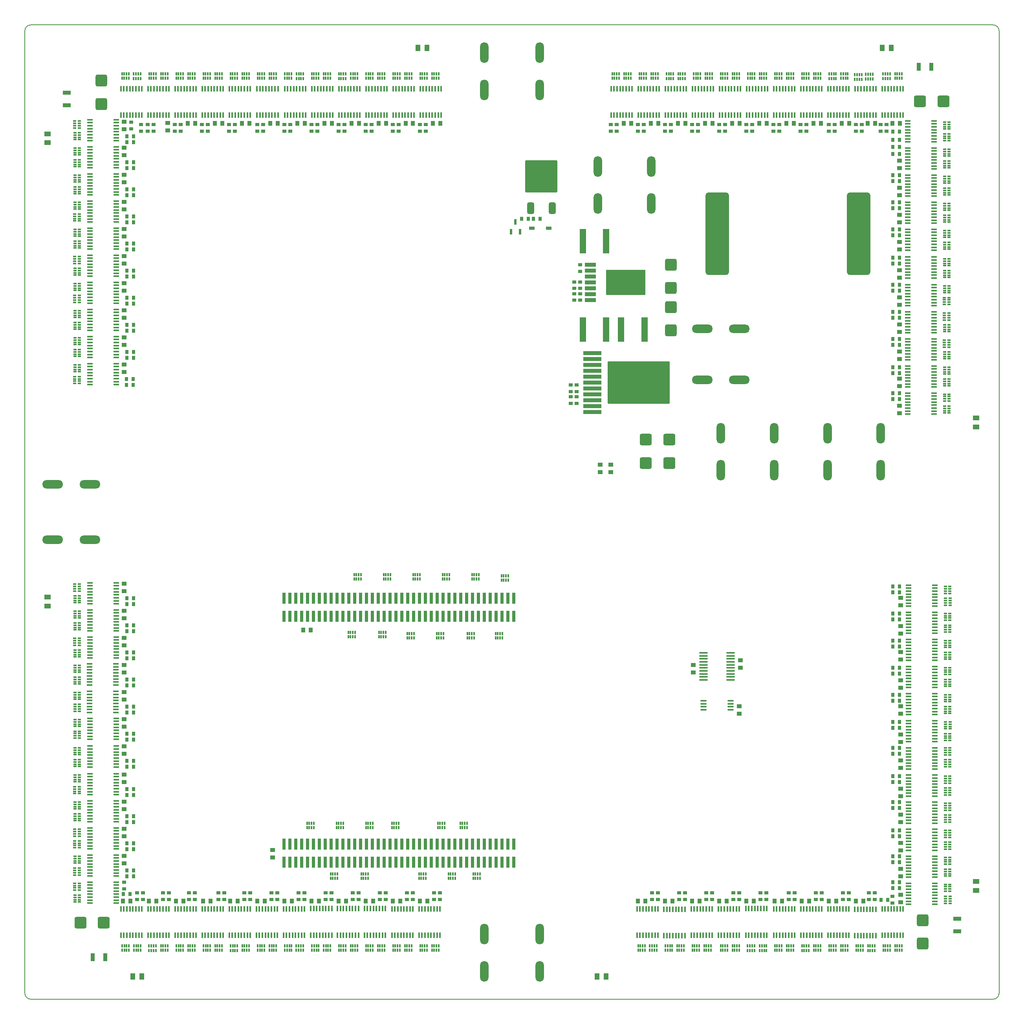
<source format=gtp>
G04 Layer_Color=8421504*
%FSLAX25Y25*%
%MOIN*%
G70*
G01*
G75*
G04:AMPARAMS|DCode=10|XSize=100.39mil|YSize=98.42mil|CornerRadius=14.76mil|HoleSize=0mil|Usage=FLASHONLY|Rotation=0.000|XOffset=0mil|YOffset=0mil|HoleType=Round|Shape=RoundedRectangle|*
%AMROUNDEDRECTD10*
21,1,0.10039,0.06890,0,0,0.0*
21,1,0.07087,0.09842,0,0,0.0*
1,1,0.02953,0.03543,-0.03445*
1,1,0.02953,-0.03543,-0.03445*
1,1,0.02953,-0.03543,0.03445*
1,1,0.02953,0.03543,0.03445*
%
%ADD10ROUNDEDRECTD10*%
%ADD11R,0.01181X0.03150*%
%ADD12R,0.02913X0.09449*%
%ADD13R,0.02756X0.03543*%
G04:AMPARAMS|DCode=14|XSize=275.59mil|YSize=275.59mil|CornerRadius=13.78mil|HoleSize=0mil|Usage=FLASHONLY|Rotation=0.000|XOffset=0mil|YOffset=0mil|HoleType=Round|Shape=RoundedRectangle|*
%AMROUNDEDRECTD14*
21,1,0.27559,0.24803,0,0,0.0*
21,1,0.24803,0.27559,0,0,0.0*
1,1,0.02756,0.12402,-0.12402*
1,1,0.02756,-0.12402,-0.12402*
1,1,0.02756,-0.12402,0.12402*
1,1,0.02756,0.12402,0.12402*
%
%ADD14ROUNDEDRECTD14*%
G04:AMPARAMS|DCode=15|XSize=59.05mil|YSize=98.42mil|CornerRadius=14.76mil|HoleSize=0mil|Usage=FLASHONLY|Rotation=0.000|XOffset=0mil|YOffset=0mil|HoleType=Round|Shape=RoundedRectangle|*
%AMROUNDEDRECTD15*
21,1,0.05905,0.06890,0,0,0.0*
21,1,0.02953,0.09842,0,0,0.0*
1,1,0.02953,0.01476,-0.03445*
1,1,0.02953,-0.01476,-0.03445*
1,1,0.02953,-0.01476,0.03445*
1,1,0.02953,0.01476,0.03445*
%
%ADD15ROUNDEDRECTD15*%
%ADD16R,0.04724X0.02756*%
%ADD17R,0.02362X0.05118*%
G04:AMPARAMS|DCode=18|XSize=100.39mil|YSize=98.42mil|CornerRadius=14.76mil|HoleSize=0mil|Usage=FLASHONLY|Rotation=270.000|XOffset=0mil|YOffset=0mil|HoleType=Round|Shape=RoundedRectangle|*
%AMROUNDEDRECTD18*
21,1,0.10039,0.06890,0,0,270.0*
21,1,0.07087,0.09842,0,0,270.0*
1,1,0.02953,-0.03445,-0.03543*
1,1,0.02953,-0.03445,0.03543*
1,1,0.02953,0.03445,0.03543*
1,1,0.02953,0.03445,-0.03543*
%
%ADD18ROUNDEDRECTD18*%
%ADD19R,0.03543X0.02756*%
G04:AMPARAMS|DCode=20|XSize=359.29mil|YSize=526.38mil|CornerRadius=1.8mil|HoleSize=0mil|Usage=FLASHONLY|Rotation=90.000|XOffset=0mil|YOffset=0mil|HoleType=Round|Shape=RoundedRectangle|*
%AMROUNDEDRECTD20*
21,1,0.35929,0.52278,0,0,90.0*
21,1,0.35570,0.52638,0,0,90.0*
1,1,0.00359,0.26139,0.17785*
1,1,0.00359,0.26139,-0.17785*
1,1,0.00359,-0.26139,-0.17785*
1,1,0.00359,-0.26139,0.17785*
%
%ADD20ROUNDEDRECTD20*%
G04:AMPARAMS|DCode=21|XSize=35.43mil|YSize=153.54mil|CornerRadius=1.95mil|HoleSize=0mil|Usage=FLASHONLY|Rotation=90.000|XOffset=0mil|YOffset=0mil|HoleType=Round|Shape=RoundedRectangle|*
%AMROUNDEDRECTD21*
21,1,0.03543,0.14965,0,0,90.0*
21,1,0.03154,0.15354,0,0,90.0*
1,1,0.00390,0.07482,0.01577*
1,1,0.00390,0.07482,-0.01577*
1,1,0.00390,-0.07482,-0.01577*
1,1,0.00390,-0.07482,0.01577*
%
%ADD21ROUNDEDRECTD21*%
%ADD22R,0.05315X0.20866*%
G04:AMPARAMS|DCode=24|XSize=35.04mil|YSize=94.88mil|CornerRadius=1.93mil|HoleSize=0mil|Usage=FLASHONLY|Rotation=90.000|XOffset=0mil|YOffset=0mil|HoleType=Round|Shape=RoundedRectangle|*
%AMROUNDEDRECTD24*
21,1,0.03504,0.09103,0,0,90.0*
21,1,0.03118,0.09488,0,0,90.0*
1,1,0.00385,0.04551,0.01559*
1,1,0.00385,0.04551,-0.01559*
1,1,0.00385,-0.04551,-0.01559*
1,1,0.00385,-0.04551,0.01559*
%
%ADD24ROUNDEDRECTD24*%
G04:AMPARAMS|DCode=25|XSize=210.63mil|YSize=336.22mil|CornerRadius=2.11mil|HoleSize=0mil|Usage=FLASHONLY|Rotation=90.000|XOffset=0mil|YOffset=0mil|HoleType=Round|Shape=RoundedRectangle|*
%AMROUNDEDRECTD25*
21,1,0.21063,0.33201,0,0,90.0*
21,1,0.20642,0.33622,0,0,90.0*
1,1,0.00421,0.16600,0.10321*
1,1,0.00421,0.16600,-0.10321*
1,1,0.00421,-0.16600,-0.10321*
1,1,0.00421,-0.16600,0.10321*
%
%ADD25ROUNDEDRECTD25*%
%ADD26R,0.03740X0.06693*%
%ADD27R,0.03937X0.03543*%
%ADD28O,0.07874X0.01378*%
%ADD29R,0.03543X0.03937*%
G04:AMPARAMS|DCode=30|XSize=15.75mil|YSize=47.24mil|CornerRadius=1.97mil|HoleSize=0mil|Usage=FLASHONLY|Rotation=270.000|XOffset=0mil|YOffset=0mil|HoleType=Round|Shape=RoundedRectangle|*
%AMROUNDEDRECTD30*
21,1,0.01575,0.04331,0,0,270.0*
21,1,0.01181,0.04724,0,0,270.0*
1,1,0.00394,-0.02165,-0.00591*
1,1,0.00394,-0.02165,0.00591*
1,1,0.00394,0.02165,0.00591*
1,1,0.00394,0.02165,-0.00591*
%
%ADD30ROUNDEDRECTD30*%
G04:AMPARAMS|DCode=31|XSize=15.75mil|YSize=47.24mil|CornerRadius=1.97mil|HoleSize=0mil|Usage=FLASHONLY|Rotation=0.000|XOffset=0mil|YOffset=0mil|HoleType=Round|Shape=RoundedRectangle|*
%AMROUNDEDRECTD31*
21,1,0.01575,0.04331,0,0,0.0*
21,1,0.01181,0.04724,0,0,0.0*
1,1,0.00394,0.00591,-0.02165*
1,1,0.00394,-0.00591,-0.02165*
1,1,0.00394,-0.00591,0.02165*
1,1,0.00394,0.00591,0.02165*
%
%ADD31ROUNDEDRECTD31*%
%ADD32R,0.03150X0.01181*%
%ADD33R,0.04134X0.05512*%
%ADD34R,0.05512X0.04134*%
%ADD35O,0.07087X0.17716*%
%ADD36O,0.17716X0.07087*%
G04:AMPARAMS|DCode=37|XSize=200.79mil|YSize=700.79mil|CornerRadius=25.1mil|HoleSize=0mil|Usage=FLASHONLY|Rotation=180.000|XOffset=0mil|YOffset=0mil|HoleType=Round|Shape=RoundedRectangle|*
%AMROUNDEDRECTD37*
21,1,0.20079,0.65059,0,0,180.0*
21,1,0.15059,0.70079,0,0,180.0*
1,1,0.05020,-0.07530,0.32530*
1,1,0.05020,0.07530,0.32530*
1,1,0.05020,0.07530,-0.32530*
1,1,0.05020,-0.07530,-0.32530*
%
%ADD37ROUNDEDRECTD37*%
%ADD38R,0.06693X0.03740*%
%ADD43C,0.00787*%
%ADD46C,0.00600*%
%ADD61O,0.05505X0.01175*%
D10*
X346358Y348425D02*
D03*
X366240D02*
D03*
X133441Y41500D02*
D03*
X113559D02*
D03*
X133441Y61500D02*
D03*
X113559D02*
D03*
X-346358Y-348425D02*
D03*
X-366240D02*
D03*
D11*
X320906Y371937D02*
D03*
X318937D02*
D03*
X316969D02*
D03*
X315000D02*
D03*
X320906Y368000D02*
D03*
X318937D02*
D03*
X316969D02*
D03*
X315000D02*
D03*
X-168047Y-264032D02*
D03*
X-170016D02*
D03*
X-171984D02*
D03*
X-173953D02*
D03*
X-168047Y-267969D02*
D03*
X-170016D02*
D03*
X-171984D02*
D03*
X-173953D02*
D03*
X-143047Y-264032D02*
D03*
X-145016D02*
D03*
X-146984D02*
D03*
X-148953D02*
D03*
X-143047Y-267969D02*
D03*
X-145016D02*
D03*
X-146984D02*
D03*
X-148953D02*
D03*
X-153953Y-310968D02*
D03*
X-151984D02*
D03*
X-150016D02*
D03*
X-148047D02*
D03*
X-153953Y-307031D02*
D03*
X-151984D02*
D03*
X-150016D02*
D03*
X-148047D02*
D03*
X-128047Y-53031D02*
D03*
X-130016D02*
D03*
X-131984D02*
D03*
X-133953D02*
D03*
X-128047Y-56968D02*
D03*
X-130016D02*
D03*
X-131984D02*
D03*
X-133953D02*
D03*
X-138953Y-105968D02*
D03*
X-136984D02*
D03*
X-135016D02*
D03*
X-133047D02*
D03*
X-138953Y-102032D02*
D03*
X-136984D02*
D03*
X-135016D02*
D03*
X-133047D02*
D03*
X-118047Y-264032D02*
D03*
X-120016D02*
D03*
X-121984D02*
D03*
X-123953D02*
D03*
X-118047Y-267969D02*
D03*
X-120016D02*
D03*
X-121984D02*
D03*
X-123953D02*
D03*
X-127953Y-310968D02*
D03*
X-125984D02*
D03*
X-124016D02*
D03*
X-122047D02*
D03*
X-127953Y-307031D02*
D03*
X-125984D02*
D03*
X-124016D02*
D03*
X-122047D02*
D03*
X-103047Y-53031D02*
D03*
X-105016D02*
D03*
X-106984D02*
D03*
X-108953D02*
D03*
X-103047Y-56968D02*
D03*
X-105016D02*
D03*
X-106984D02*
D03*
X-108953D02*
D03*
X-96047Y-264032D02*
D03*
X-98016D02*
D03*
X-99984D02*
D03*
X-101953D02*
D03*
X-96047Y-267969D02*
D03*
X-98016D02*
D03*
X-99984D02*
D03*
X-101953D02*
D03*
X-112953Y-105968D02*
D03*
X-110984D02*
D03*
X-109016D02*
D03*
X-107047D02*
D03*
X-112953Y-102032D02*
D03*
X-110984D02*
D03*
X-109016D02*
D03*
X-107047D02*
D03*
X-78047Y-53031D02*
D03*
X-80016D02*
D03*
X-81984D02*
D03*
X-83953D02*
D03*
X-78047Y-56968D02*
D03*
X-80016D02*
D03*
X-81984D02*
D03*
X-83953D02*
D03*
X-88953Y-106968D02*
D03*
X-86984D02*
D03*
X-85016D02*
D03*
X-83047D02*
D03*
X-88953Y-103032D02*
D03*
X-86984D02*
D03*
X-85016D02*
D03*
X-83047D02*
D03*
X-78953Y-310968D02*
D03*
X-76984D02*
D03*
X-75016D02*
D03*
X-73047D02*
D03*
X-78953Y-307031D02*
D03*
X-76984D02*
D03*
X-75016D02*
D03*
X-73047D02*
D03*
X-57047Y-264032D02*
D03*
X-59016D02*
D03*
X-60984D02*
D03*
X-62953D02*
D03*
X-57047Y-267969D02*
D03*
X-59016D02*
D03*
X-60984D02*
D03*
X-62953D02*
D03*
X-53047Y-53031D02*
D03*
X-55016D02*
D03*
X-56984D02*
D03*
X-58953D02*
D03*
X-53047Y-56968D02*
D03*
X-55016D02*
D03*
X-56984D02*
D03*
X-58953D02*
D03*
X-63953Y-106968D02*
D03*
X-61984D02*
D03*
X-60016D02*
D03*
X-58047D02*
D03*
X-63953Y-103032D02*
D03*
X-61984D02*
D03*
X-60016D02*
D03*
X-58047D02*
D03*
X-38047Y-264032D02*
D03*
X-40016D02*
D03*
X-41984D02*
D03*
X-43953D02*
D03*
X-38047Y-267969D02*
D03*
X-40016D02*
D03*
X-41984D02*
D03*
X-43953D02*
D03*
X-53953Y-310968D02*
D03*
X-51984D02*
D03*
X-50016D02*
D03*
X-48047D02*
D03*
X-53953Y-307031D02*
D03*
X-51984D02*
D03*
X-50016D02*
D03*
X-48047D02*
D03*
X-28047Y-53031D02*
D03*
X-30016D02*
D03*
X-31984D02*
D03*
X-33953D02*
D03*
X-28047Y-56968D02*
D03*
X-30016D02*
D03*
X-31984D02*
D03*
X-33953D02*
D03*
X-37953Y-106968D02*
D03*
X-35984D02*
D03*
X-34016D02*
D03*
X-32047D02*
D03*
X-37953Y-103032D02*
D03*
X-35984D02*
D03*
X-34016D02*
D03*
X-32047D02*
D03*
X-32953Y-310968D02*
D03*
X-30984D02*
D03*
X-29016D02*
D03*
X-27047D02*
D03*
X-32953Y-307031D02*
D03*
X-30984D02*
D03*
X-29016D02*
D03*
X-27047D02*
D03*
X-3047Y-54031D02*
D03*
X-5016D02*
D03*
X-6984D02*
D03*
X-8953D02*
D03*
X-3047Y-57968D02*
D03*
X-5016D02*
D03*
X-6984D02*
D03*
X-8953D02*
D03*
X-13953Y-106968D02*
D03*
X-11984D02*
D03*
X-10016D02*
D03*
X-8047D02*
D03*
X-13953Y-103032D02*
D03*
X-11984D02*
D03*
X-10016D02*
D03*
X-8047D02*
D03*
X330953Y371969D02*
D03*
X328984D02*
D03*
X327016D02*
D03*
X325047D02*
D03*
X330953Y368032D02*
D03*
X328984D02*
D03*
X327016D02*
D03*
X325047D02*
D03*
X182953Y371969D02*
D03*
X180984D02*
D03*
X179016D02*
D03*
X177047D02*
D03*
X182953Y368032D02*
D03*
X180984D02*
D03*
X179016D02*
D03*
X177047D02*
D03*
X192953Y371969D02*
D03*
X190984D02*
D03*
X189016D02*
D03*
X187047D02*
D03*
X192953Y368032D02*
D03*
X190984D02*
D03*
X189016D02*
D03*
X187047D02*
D03*
X205968Y372000D02*
D03*
X204000D02*
D03*
X202031D02*
D03*
X200063D02*
D03*
X205968Y368063D02*
D03*
X204000D02*
D03*
X202031D02*
D03*
X200063D02*
D03*
X215937Y372000D02*
D03*
X213968D02*
D03*
X212000D02*
D03*
X210031D02*
D03*
X215937Y368063D02*
D03*
X213968D02*
D03*
X212000D02*
D03*
X210031D02*
D03*
X228953Y371969D02*
D03*
X226984D02*
D03*
X225016D02*
D03*
X223047D02*
D03*
X228953Y368032D02*
D03*
X226984D02*
D03*
X225016D02*
D03*
X223047D02*
D03*
X238953Y371969D02*
D03*
X236984D02*
D03*
X235016D02*
D03*
X233047D02*
D03*
X238953Y368032D02*
D03*
X236984D02*
D03*
X235016D02*
D03*
X233047D02*
D03*
X251953Y371969D02*
D03*
X249984D02*
D03*
X248016D02*
D03*
X246047D02*
D03*
X251953Y368032D02*
D03*
X249984D02*
D03*
X248016D02*
D03*
X246047D02*
D03*
X261953Y371969D02*
D03*
X259984D02*
D03*
X258016D02*
D03*
X256047D02*
D03*
X261953Y368032D02*
D03*
X259984D02*
D03*
X258016D02*
D03*
X256047D02*
D03*
X275000Y371937D02*
D03*
X273031D02*
D03*
X271063D02*
D03*
X269094D02*
D03*
X275000Y368000D02*
D03*
X273031D02*
D03*
X271063D02*
D03*
X269094D02*
D03*
X285000Y372000D02*
D03*
X283031D02*
D03*
X281063D02*
D03*
X279094D02*
D03*
X285000Y368063D02*
D03*
X283031D02*
D03*
X281063D02*
D03*
X279094D02*
D03*
X296706Y371100D02*
D03*
X294737D02*
D03*
X292769D02*
D03*
X290800D02*
D03*
X296706Y367163D02*
D03*
X294737D02*
D03*
X292769D02*
D03*
X290800D02*
D03*
X306253Y371369D02*
D03*
X304284D02*
D03*
X302316D02*
D03*
X300347D02*
D03*
X306253Y367432D02*
D03*
X304284D02*
D03*
X302316D02*
D03*
X300347D02*
D03*
X90953Y371969D02*
D03*
X88984D02*
D03*
X87016D02*
D03*
X85047D02*
D03*
X90953Y368032D02*
D03*
X88984D02*
D03*
X87016D02*
D03*
X85047D02*
D03*
X100953Y371969D02*
D03*
X98984D02*
D03*
X97016D02*
D03*
X95047D02*
D03*
X100953Y368032D02*
D03*
X98984D02*
D03*
X97016D02*
D03*
X95047D02*
D03*
X113937Y372000D02*
D03*
X111969D02*
D03*
X110000D02*
D03*
X108032D02*
D03*
X113937Y368063D02*
D03*
X111969D02*
D03*
X110000D02*
D03*
X108032D02*
D03*
X123953Y371969D02*
D03*
X121984D02*
D03*
X120016D02*
D03*
X118047D02*
D03*
X123953Y368032D02*
D03*
X121984D02*
D03*
X120016D02*
D03*
X118047D02*
D03*
X136968Y371937D02*
D03*
X135000D02*
D03*
X133031D02*
D03*
X131063D02*
D03*
X136968Y368000D02*
D03*
X135000D02*
D03*
X133031D02*
D03*
X131063D02*
D03*
X146937Y371937D02*
D03*
X144969D02*
D03*
X143000D02*
D03*
X141032D02*
D03*
X146937Y368000D02*
D03*
X144969D02*
D03*
X143000D02*
D03*
X141032D02*
D03*
X159968Y372000D02*
D03*
X158000D02*
D03*
X156031D02*
D03*
X154063D02*
D03*
X159968Y368063D02*
D03*
X158000D02*
D03*
X156031D02*
D03*
X154063D02*
D03*
X169953Y371969D02*
D03*
X167984D02*
D03*
X166016D02*
D03*
X164047D02*
D03*
X169953Y368032D02*
D03*
X167984D02*
D03*
X166016D02*
D03*
X164047D02*
D03*
X-164063Y372000D02*
D03*
X-166031D02*
D03*
X-168000D02*
D03*
X-169968D02*
D03*
X-164063Y368063D02*
D03*
X-166031D02*
D03*
X-168000D02*
D03*
X-169968D02*
D03*
X-154047Y371968D02*
D03*
X-156016D02*
D03*
X-157984D02*
D03*
X-159953D02*
D03*
X-154047Y368031D02*
D03*
X-156016D02*
D03*
X-157984D02*
D03*
X-159953D02*
D03*
X-187032Y372000D02*
D03*
X-189000D02*
D03*
X-190969D02*
D03*
X-192937D02*
D03*
X-187032Y368063D02*
D03*
X-189000D02*
D03*
X-190969D02*
D03*
X-192937D02*
D03*
X-177032Y371937D02*
D03*
X-179000D02*
D03*
X-180969D02*
D03*
X-182937D02*
D03*
X-177032Y368000D02*
D03*
X-179000D02*
D03*
X-180969D02*
D03*
X-182937D02*
D03*
X-210047Y371969D02*
D03*
X-212016D02*
D03*
X-213984D02*
D03*
X-215953D02*
D03*
X-210047Y368032D02*
D03*
X-212016D02*
D03*
X-213984D02*
D03*
X-215953D02*
D03*
X-200047Y371969D02*
D03*
X-202016D02*
D03*
X-203984D02*
D03*
X-205953D02*
D03*
X-200047Y368032D02*
D03*
X-202016D02*
D03*
X-203984D02*
D03*
X-205953D02*
D03*
X-233047Y371969D02*
D03*
X-235016D02*
D03*
X-236984D02*
D03*
X-238953D02*
D03*
X-233047Y368032D02*
D03*
X-235016D02*
D03*
X-236984D02*
D03*
X-238953D02*
D03*
X-223047Y371969D02*
D03*
X-225016D02*
D03*
X-226984D02*
D03*
X-228953D02*
D03*
X-223047Y368032D02*
D03*
X-225016D02*
D03*
X-226984D02*
D03*
X-228953D02*
D03*
X-256047Y371969D02*
D03*
X-258016D02*
D03*
X-259984D02*
D03*
X-261953D02*
D03*
X-256047Y368032D02*
D03*
X-258016D02*
D03*
X-259984D02*
D03*
X-261953D02*
D03*
X-246047Y371969D02*
D03*
X-248016D02*
D03*
X-249984D02*
D03*
X-251953D02*
D03*
X-246047Y368032D02*
D03*
X-248016D02*
D03*
X-249984D02*
D03*
X-251953D02*
D03*
X-279063Y372000D02*
D03*
X-281032D02*
D03*
X-283000D02*
D03*
X-284969D02*
D03*
X-279063Y368063D02*
D03*
X-281032D02*
D03*
X-283000D02*
D03*
X-284969D02*
D03*
X-269047Y371969D02*
D03*
X-271016D02*
D03*
X-272984D02*
D03*
X-274953D02*
D03*
X-269047Y368032D02*
D03*
X-271016D02*
D03*
X-272984D02*
D03*
X-274953D02*
D03*
X-302047Y371969D02*
D03*
X-304016D02*
D03*
X-305984D02*
D03*
X-307953D02*
D03*
X-302047Y368032D02*
D03*
X-304016D02*
D03*
X-305984D02*
D03*
X-307953D02*
D03*
X-292047Y371969D02*
D03*
X-294016D02*
D03*
X-295984D02*
D03*
X-297953D02*
D03*
X-292047Y368032D02*
D03*
X-294016D02*
D03*
X-295984D02*
D03*
X-297953D02*
D03*
X-325047Y371969D02*
D03*
X-327016D02*
D03*
X-328984D02*
D03*
X-330953D02*
D03*
X-325047Y368032D02*
D03*
X-327016D02*
D03*
X-328984D02*
D03*
X-330953D02*
D03*
X-315094Y371937D02*
D03*
X-317063D02*
D03*
X-319031D02*
D03*
X-321000D02*
D03*
X-315094Y368000D02*
D03*
X-317063D02*
D03*
X-319031D02*
D03*
X-321000D02*
D03*
X-72063Y372000D02*
D03*
X-74032D02*
D03*
X-76000D02*
D03*
X-77969D02*
D03*
X-72063Y368063D02*
D03*
X-74032D02*
D03*
X-76000D02*
D03*
X-77969D02*
D03*
X-62047Y371969D02*
D03*
X-64016D02*
D03*
X-65984D02*
D03*
X-67953D02*
D03*
X-62047Y368032D02*
D03*
X-64016D02*
D03*
X-65984D02*
D03*
X-67953D02*
D03*
X-95047Y371969D02*
D03*
X-97016D02*
D03*
X-98984D02*
D03*
X-100953D02*
D03*
X-95047Y368032D02*
D03*
X-97016D02*
D03*
X-98984D02*
D03*
X-100953D02*
D03*
X-85047Y371969D02*
D03*
X-87016D02*
D03*
X-88984D02*
D03*
X-90953D02*
D03*
X-85047Y368032D02*
D03*
X-87016D02*
D03*
X-88984D02*
D03*
X-90953D02*
D03*
X-118032Y372000D02*
D03*
X-120000D02*
D03*
X-121969D02*
D03*
X-123937D02*
D03*
X-118032Y368063D02*
D03*
X-120000D02*
D03*
X-121969D02*
D03*
X-123937D02*
D03*
X-108047Y371969D02*
D03*
X-110016D02*
D03*
X-111984D02*
D03*
X-113953D02*
D03*
X-108047Y368032D02*
D03*
X-110016D02*
D03*
X-111984D02*
D03*
X-113953D02*
D03*
X-141063Y371937D02*
D03*
X-143031D02*
D03*
X-145000D02*
D03*
X-146968D02*
D03*
X-141063Y368000D02*
D03*
X-143031D02*
D03*
X-145000D02*
D03*
X-146968D02*
D03*
X-131032Y372000D02*
D03*
X-133000D02*
D03*
X-134969D02*
D03*
X-136937D02*
D03*
X-131032Y368063D02*
D03*
X-133000D02*
D03*
X-134969D02*
D03*
X-136937D02*
D03*
X-113953Y-371969D02*
D03*
X-111984D02*
D03*
X-110016D02*
D03*
X-108047D02*
D03*
X-113953Y-368032D02*
D03*
X-111984D02*
D03*
X-110016D02*
D03*
X-108047D02*
D03*
X-123969Y-371937D02*
D03*
X-122000D02*
D03*
X-120032D02*
D03*
X-118063D02*
D03*
X-123969Y-368000D02*
D03*
X-122000D02*
D03*
X-120032D02*
D03*
X-118063D02*
D03*
X-136953Y-371969D02*
D03*
X-134984D02*
D03*
X-133016D02*
D03*
X-131047D02*
D03*
X-136953Y-368032D02*
D03*
X-134984D02*
D03*
X-133016D02*
D03*
X-131047D02*
D03*
X-146953Y-371969D02*
D03*
X-144984D02*
D03*
X-143016D02*
D03*
X-141047D02*
D03*
X-146953Y-368032D02*
D03*
X-144984D02*
D03*
X-143016D02*
D03*
X-141047D02*
D03*
X-159937Y-371937D02*
D03*
X-157969D02*
D03*
X-156000D02*
D03*
X-154032D02*
D03*
X-159937Y-368000D02*
D03*
X-157969D02*
D03*
X-156000D02*
D03*
X-154032D02*
D03*
X-169905Y-371937D02*
D03*
X-167937D02*
D03*
X-165968D02*
D03*
X-164000D02*
D03*
X-169905Y-368000D02*
D03*
X-167937D02*
D03*
X-165968D02*
D03*
X-164000D02*
D03*
X-183000Y-371937D02*
D03*
X-181032D02*
D03*
X-179063D02*
D03*
X-177095D02*
D03*
X-183000Y-368000D02*
D03*
X-181032D02*
D03*
X-179063D02*
D03*
X-177095D02*
D03*
X-192905Y-371937D02*
D03*
X-190937D02*
D03*
X-188968D02*
D03*
X-187000D02*
D03*
X-192905Y-368000D02*
D03*
X-190937D02*
D03*
X-188968D02*
D03*
X-187000D02*
D03*
X-205937Y-371937D02*
D03*
X-203969D02*
D03*
X-202000D02*
D03*
X-200032D02*
D03*
X-205937Y-368000D02*
D03*
X-203969D02*
D03*
X-202000D02*
D03*
X-200032D02*
D03*
X-215937Y-371937D02*
D03*
X-213969D02*
D03*
X-212000D02*
D03*
X-210032D02*
D03*
X-215937Y-368000D02*
D03*
X-213969D02*
D03*
X-212000D02*
D03*
X-210032D02*
D03*
X-228953Y-371969D02*
D03*
X-226984D02*
D03*
X-225016D02*
D03*
X-223047D02*
D03*
X-228953Y-368032D02*
D03*
X-226984D02*
D03*
X-225016D02*
D03*
X-223047D02*
D03*
X-238937Y-372000D02*
D03*
X-236969D02*
D03*
X-235000D02*
D03*
X-233032D02*
D03*
X-238937Y-368063D02*
D03*
X-236969D02*
D03*
X-235000D02*
D03*
X-233032D02*
D03*
X-251953Y-371968D02*
D03*
X-249984D02*
D03*
X-248016D02*
D03*
X-246047D02*
D03*
X-251953Y-368031D02*
D03*
X-249984D02*
D03*
X-248016D02*
D03*
X-246047D02*
D03*
X-261937Y-371937D02*
D03*
X-259969D02*
D03*
X-258000D02*
D03*
X-256032D02*
D03*
X-261937Y-368000D02*
D03*
X-259969D02*
D03*
X-258000D02*
D03*
X-256032D02*
D03*
X-274953Y-371969D02*
D03*
X-272984D02*
D03*
X-271016D02*
D03*
X-269047D02*
D03*
X-274953Y-368032D02*
D03*
X-272984D02*
D03*
X-271016D02*
D03*
X-269047D02*
D03*
X-284937Y-371937D02*
D03*
X-282968D02*
D03*
X-281000D02*
D03*
X-279031D02*
D03*
X-284937Y-368000D02*
D03*
X-282968D02*
D03*
X-281000D02*
D03*
X-279031D02*
D03*
X-297953Y-371969D02*
D03*
X-295984D02*
D03*
X-294016D02*
D03*
X-292047D02*
D03*
X-297953Y-368032D02*
D03*
X-295984D02*
D03*
X-294016D02*
D03*
X-292047D02*
D03*
X-308000Y-372000D02*
D03*
X-306031D02*
D03*
X-304063D02*
D03*
X-302094D02*
D03*
X-308000Y-368063D02*
D03*
X-306031D02*
D03*
X-304063D02*
D03*
X-302094D02*
D03*
X-320937Y-371937D02*
D03*
X-318968D02*
D03*
X-317000D02*
D03*
X-315031D02*
D03*
X-320937Y-368000D02*
D03*
X-318968D02*
D03*
X-317000D02*
D03*
X-315031D02*
D03*
X-330937Y-371937D02*
D03*
X-328968D02*
D03*
X-327000D02*
D03*
X-325031D02*
D03*
X-330937Y-368000D02*
D03*
X-328968D02*
D03*
X-327000D02*
D03*
X-325031D02*
D03*
X117000Y-371937D02*
D03*
X118968D02*
D03*
X120937D02*
D03*
X122905D02*
D03*
X117000Y-368000D02*
D03*
X118968D02*
D03*
X120937D02*
D03*
X122905D02*
D03*
X107047Y-371968D02*
D03*
X109016D02*
D03*
X110984D02*
D03*
X112953D02*
D03*
X107047Y-368031D02*
D03*
X109016D02*
D03*
X110984D02*
D03*
X112953D02*
D03*
X140032Y-371937D02*
D03*
X142000D02*
D03*
X143969D02*
D03*
X145937D02*
D03*
X140032Y-368000D02*
D03*
X142000D02*
D03*
X143969D02*
D03*
X145937D02*
D03*
X130095Y-371937D02*
D03*
X132063D02*
D03*
X134032D02*
D03*
X136000D02*
D03*
X130095Y-368000D02*
D03*
X132063D02*
D03*
X134032D02*
D03*
X136000D02*
D03*
X163032Y-371937D02*
D03*
X165000D02*
D03*
X166969D02*
D03*
X168937D02*
D03*
X163032Y-368000D02*
D03*
X165000D02*
D03*
X166969D02*
D03*
X168937D02*
D03*
X153047Y-371968D02*
D03*
X155016D02*
D03*
X156984D02*
D03*
X158953D02*
D03*
X153047Y-368031D02*
D03*
X155016D02*
D03*
X156984D02*
D03*
X158953D02*
D03*
X187032Y-371937D02*
D03*
X189000D02*
D03*
X190969D02*
D03*
X192937D02*
D03*
X187032Y-368000D02*
D03*
X189000D02*
D03*
X190969D02*
D03*
X192937D02*
D03*
X177032Y-371937D02*
D03*
X179000D02*
D03*
X180969D02*
D03*
X182937D02*
D03*
X177032Y-368000D02*
D03*
X179000D02*
D03*
X180969D02*
D03*
X182937D02*
D03*
X210095Y-372000D02*
D03*
X212063D02*
D03*
X214032D02*
D03*
X216000D02*
D03*
X210095Y-368063D02*
D03*
X212063D02*
D03*
X214032D02*
D03*
X216000D02*
D03*
X200000Y-372000D02*
D03*
X201968D02*
D03*
X203937D02*
D03*
X205905D02*
D03*
X200000Y-368063D02*
D03*
X201968D02*
D03*
X203937D02*
D03*
X205905D02*
D03*
X233047Y-371968D02*
D03*
X235016D02*
D03*
X236984D02*
D03*
X238953D02*
D03*
X233047Y-368031D02*
D03*
X235016D02*
D03*
X236984D02*
D03*
X238953D02*
D03*
X223047Y-371968D02*
D03*
X225016D02*
D03*
X226984D02*
D03*
X228953D02*
D03*
X223047Y-368031D02*
D03*
X225016D02*
D03*
X226984D02*
D03*
X228953D02*
D03*
X256047Y-371968D02*
D03*
X258016D02*
D03*
X259984D02*
D03*
X261953D02*
D03*
X256047Y-368031D02*
D03*
X258016D02*
D03*
X259984D02*
D03*
X261953D02*
D03*
X246031Y-372000D02*
D03*
X248000D02*
D03*
X249968D02*
D03*
X251937D02*
D03*
X246031Y-368063D02*
D03*
X248000D02*
D03*
X249968D02*
D03*
X251937D02*
D03*
X279047Y-371968D02*
D03*
X281016D02*
D03*
X282984D02*
D03*
X284953D02*
D03*
X279047Y-368031D02*
D03*
X281016D02*
D03*
X282984D02*
D03*
X284953D02*
D03*
X269031Y-371937D02*
D03*
X271000D02*
D03*
X272968D02*
D03*
X274937D02*
D03*
X269031Y-368000D02*
D03*
X271000D02*
D03*
X272968D02*
D03*
X274937D02*
D03*
X302031Y-372000D02*
D03*
X304000D02*
D03*
X305968D02*
D03*
X307937D02*
D03*
X302031Y-368063D02*
D03*
X304000D02*
D03*
X305968D02*
D03*
X307937D02*
D03*
X292047Y-371968D02*
D03*
X294016D02*
D03*
X295984D02*
D03*
X297953D02*
D03*
X292047Y-368031D02*
D03*
X294016D02*
D03*
X295984D02*
D03*
X297953D02*
D03*
X325047Y-371969D02*
D03*
X327016D02*
D03*
X328984D02*
D03*
X330953D02*
D03*
X325047Y-368032D02*
D03*
X327016D02*
D03*
X328984D02*
D03*
X330953D02*
D03*
X315047Y-371968D02*
D03*
X317016D02*
D03*
X318984D02*
D03*
X320953D02*
D03*
X315047Y-368031D02*
D03*
X317016D02*
D03*
X318984D02*
D03*
X320953D02*
D03*
X-67953Y-371969D02*
D03*
X-65984D02*
D03*
X-64016D02*
D03*
X-62047D02*
D03*
X-67953Y-368032D02*
D03*
X-65984D02*
D03*
X-64016D02*
D03*
X-62047D02*
D03*
X-77953Y-371969D02*
D03*
X-75984D02*
D03*
X-74016D02*
D03*
X-72047D02*
D03*
X-77953Y-368032D02*
D03*
X-75984D02*
D03*
X-74016D02*
D03*
X-72047D02*
D03*
X-90953Y-371968D02*
D03*
X-88984D02*
D03*
X-87016D02*
D03*
X-85047D02*
D03*
X-90953Y-368031D02*
D03*
X-88984D02*
D03*
X-87016D02*
D03*
X-85047D02*
D03*
X-100953Y-371969D02*
D03*
X-98984D02*
D03*
X-97016D02*
D03*
X-95047D02*
D03*
X-100953Y-368032D02*
D03*
X-98984D02*
D03*
X-97016D02*
D03*
X-95047D02*
D03*
D12*
X-193366Y-73032D02*
D03*
X-188366D02*
D03*
X-183366D02*
D03*
X-178366D02*
D03*
X-173366D02*
D03*
X-168366D02*
D03*
X-163366D02*
D03*
X-158366D02*
D03*
X-153366D02*
D03*
X-148366D02*
D03*
X-143366D02*
D03*
X-138366D02*
D03*
X-133366D02*
D03*
X-128366D02*
D03*
X-123366D02*
D03*
X-118366D02*
D03*
X-113366D02*
D03*
X-108366D02*
D03*
X-103366D02*
D03*
X-98366D02*
D03*
X-93366D02*
D03*
X-88366D02*
D03*
X-83366D02*
D03*
X-78366D02*
D03*
X-73366D02*
D03*
X-68366D02*
D03*
X-63366D02*
D03*
X-58366D02*
D03*
X-53366D02*
D03*
X-48366D02*
D03*
X-43366D02*
D03*
X-38366D02*
D03*
X-33366D02*
D03*
X-28366D02*
D03*
X-23366D02*
D03*
X-18366D02*
D03*
X-13366D02*
D03*
X-8366D02*
D03*
X-3366D02*
D03*
X1634D02*
D03*
X-193366Y-88386D02*
D03*
X-188366D02*
D03*
X-183366D02*
D03*
X-178366D02*
D03*
X-173366D02*
D03*
X-168366D02*
D03*
X-163366D02*
D03*
X-158366D02*
D03*
X-153366D02*
D03*
X-148366D02*
D03*
X-143366D02*
D03*
X-138366D02*
D03*
X-133366D02*
D03*
X-128366D02*
D03*
X-123366D02*
D03*
X-118366D02*
D03*
X-113366D02*
D03*
X-108366D02*
D03*
X-103366D02*
D03*
X-98366D02*
D03*
X-93366D02*
D03*
X-88366D02*
D03*
X-83366D02*
D03*
X-78366D02*
D03*
X-73366D02*
D03*
X-68366D02*
D03*
X-63366D02*
D03*
X-58366D02*
D03*
X-53366D02*
D03*
X-48366D02*
D03*
X-43366D02*
D03*
X-38366D02*
D03*
X-33366D02*
D03*
X-28366D02*
D03*
X-23366D02*
D03*
X-18366D02*
D03*
X-13366D02*
D03*
X-8366D02*
D03*
X-3366D02*
D03*
X1634D02*
D03*
X-193366Y-281693D02*
D03*
X-188366D02*
D03*
X-183366D02*
D03*
X-178366D02*
D03*
X-173366D02*
D03*
X-168366D02*
D03*
X-163366D02*
D03*
X-158366D02*
D03*
X-153366D02*
D03*
X-148366D02*
D03*
X-143366D02*
D03*
X-138366D02*
D03*
X-133366D02*
D03*
X-128366D02*
D03*
X-123366D02*
D03*
X-118366D02*
D03*
X-113366D02*
D03*
X-108366D02*
D03*
X-103366D02*
D03*
X-98366D02*
D03*
X-93366D02*
D03*
X-88366D02*
D03*
X-83366D02*
D03*
X-78366D02*
D03*
X-73366D02*
D03*
X-68366D02*
D03*
X-63366D02*
D03*
X-58366D02*
D03*
X-53366D02*
D03*
X-48366D02*
D03*
X-43366D02*
D03*
X-38366D02*
D03*
X-33366D02*
D03*
X-28366D02*
D03*
X-23366D02*
D03*
X-18366D02*
D03*
X-13366D02*
D03*
X-8366D02*
D03*
X-3366D02*
D03*
X1634D02*
D03*
X-193366Y-297047D02*
D03*
X-188366D02*
D03*
X-183366D02*
D03*
X-178366D02*
D03*
X-173366D02*
D03*
X-168366D02*
D03*
X-163366D02*
D03*
X-158366D02*
D03*
X-153366D02*
D03*
X-148366D02*
D03*
X-143366D02*
D03*
X-138366D02*
D03*
X-133366D02*
D03*
X-128366D02*
D03*
X-123366D02*
D03*
X-118366D02*
D03*
X-113366D02*
D03*
X-108366D02*
D03*
X-103366D02*
D03*
X-98366D02*
D03*
X-93366D02*
D03*
X-88366D02*
D03*
X-83366D02*
D03*
X-78366D02*
D03*
X-73366D02*
D03*
X-68366D02*
D03*
X-63366D02*
D03*
X-58366D02*
D03*
X-53366D02*
D03*
X-48366D02*
D03*
X-43366D02*
D03*
X-38366D02*
D03*
X-33366D02*
D03*
X-28366D02*
D03*
X-23366D02*
D03*
X-18366D02*
D03*
X-13366D02*
D03*
X-8366D02*
D03*
X-3366D02*
D03*
X1634D02*
D03*
D13*
X13756Y249000D02*
D03*
X8244D02*
D03*
X18244Y249000D02*
D03*
X23756D02*
D03*
X-326756Y154000D02*
D03*
X-321244D02*
D03*
X-326756Y-124000D02*
D03*
X-321244D02*
D03*
X328756Y216000D02*
D03*
X323244D02*
D03*
X328756Y211000D02*
D03*
X323244D02*
D03*
X-326756Y177000D02*
D03*
X-321244D02*
D03*
X-326756Y-147000D02*
D03*
X-321244D02*
D03*
X328756Y240000D02*
D03*
X323244D02*
D03*
X328756Y235000D02*
D03*
X323244D02*
D03*
X-326756Y200000D02*
D03*
X-321244D02*
D03*
X-326756Y-170000D02*
D03*
X-321244D02*
D03*
X328756Y263000D02*
D03*
X323244D02*
D03*
X328756Y258000D02*
D03*
X323244D02*
D03*
X-326756Y223000D02*
D03*
X-321244D02*
D03*
X-326756Y-193000D02*
D03*
X-321244D02*
D03*
X328756Y286000D02*
D03*
X323244D02*
D03*
X328756Y281000D02*
D03*
X323244D02*
D03*
X-326756Y246000D02*
D03*
X-321244D02*
D03*
X-326756Y-216000D02*
D03*
X-321244D02*
D03*
X328756Y310000D02*
D03*
X323244D02*
D03*
X328756Y304000D02*
D03*
X323244D02*
D03*
X-326756Y269000D02*
D03*
X-321244D02*
D03*
X-326756Y-240000D02*
D03*
X-321244D02*
D03*
X328756Y316000D02*
D03*
X323244D02*
D03*
X328756Y323000D02*
D03*
X323244D02*
D03*
X-326756Y292000D02*
D03*
X-321244D02*
D03*
X-326756Y-263000D02*
D03*
X-321244D02*
D03*
X328756Y101000D02*
D03*
X323244D02*
D03*
X-326756Y314000D02*
D03*
X-321244D02*
D03*
X-326756Y-286000D02*
D03*
X-321244D02*
D03*
X-326756Y-309000D02*
D03*
X-321244D02*
D03*
X328756Y123000D02*
D03*
X323244D02*
D03*
X318756Y-329000D02*
D03*
X313244D02*
D03*
X328756Y147000D02*
D03*
X323244D02*
D03*
X-327000Y108000D02*
D03*
X-321488D02*
D03*
X-326756Y-78000D02*
D03*
X-321244D02*
D03*
X328756Y170000D02*
D03*
X323244D02*
D03*
X-326756Y131000D02*
D03*
X-321244D02*
D03*
X-326756Y-101000D02*
D03*
X-321244D02*
D03*
X328756Y193000D02*
D03*
X323244D02*
D03*
X328756Y-63000D02*
D03*
X323244D02*
D03*
X-326756Y159000D02*
D03*
X-321244D02*
D03*
X-326756Y-119000D02*
D03*
X-321244D02*
D03*
X328756Y-68000D02*
D03*
X323244D02*
D03*
X328756Y-86000D02*
D03*
X323244D02*
D03*
X-326756Y182000D02*
D03*
X-321244D02*
D03*
X-326756Y-142000D02*
D03*
X-321244D02*
D03*
X328756Y-91000D02*
D03*
X323244D02*
D03*
X328756Y-109000D02*
D03*
X323244D02*
D03*
X-326756Y205000D02*
D03*
X-321244D02*
D03*
X-326756Y-165000D02*
D03*
X-321244D02*
D03*
X328756Y-114000D02*
D03*
X323244D02*
D03*
X328756Y-132000D02*
D03*
X323244D02*
D03*
X-326756Y228000D02*
D03*
X-321244D02*
D03*
X-326756Y-188000D02*
D03*
X-321244D02*
D03*
X328756Y-137000D02*
D03*
X323244D02*
D03*
X328756Y-155000D02*
D03*
X323244D02*
D03*
X-326756Y251000D02*
D03*
X-321244D02*
D03*
X-326756Y-211000D02*
D03*
X-321244D02*
D03*
X328756Y-160000D02*
D03*
X323244D02*
D03*
X328756Y-178000D02*
D03*
X323244D02*
D03*
X-326756Y274000D02*
D03*
X-321244D02*
D03*
X-326756Y-235000D02*
D03*
X-321244D02*
D03*
X328756Y-183000D02*
D03*
X323244D02*
D03*
X328756Y-200000D02*
D03*
X323244D02*
D03*
X-326756Y297000D02*
D03*
X-321244D02*
D03*
X-326756Y-258000D02*
D03*
X-321244D02*
D03*
X328756Y-205000D02*
D03*
X323244D02*
D03*
X328756Y-224000D02*
D03*
X323244D02*
D03*
X328756Y96000D02*
D03*
X323244D02*
D03*
X-326756Y319000D02*
D03*
X-321244D02*
D03*
X-326756Y-281000D02*
D03*
X-321244D02*
D03*
X328756Y-229000D02*
D03*
X323244D02*
D03*
X328756Y-246000D02*
D03*
X323244D02*
D03*
X-326756Y-304000D02*
D03*
X-321244D02*
D03*
X328756Y-251000D02*
D03*
X323244D02*
D03*
X328756Y118000D02*
D03*
X323244D02*
D03*
X328756Y-270000D02*
D03*
X323244D02*
D03*
X-329756Y-324000D02*
D03*
X-324244D02*
D03*
X328756Y-275000D02*
D03*
X323244D02*
D03*
X328756Y142000D02*
D03*
X323244D02*
D03*
X328756Y-292000D02*
D03*
X323244D02*
D03*
X-327000Y113000D02*
D03*
X-321488D02*
D03*
X-326756Y-73000D02*
D03*
X-321244D02*
D03*
X328756Y-297000D02*
D03*
X323244D02*
D03*
X328756Y165000D02*
D03*
X323244D02*
D03*
X328756Y-314000D02*
D03*
X323244D02*
D03*
X-326756Y136000D02*
D03*
X-321244D02*
D03*
X-326756Y-96000D02*
D03*
X-321244D02*
D03*
X328756Y-319000D02*
D03*
X323244D02*
D03*
X328756Y188000D02*
D03*
X323244D02*
D03*
D14*
X25000Y285000D02*
D03*
D15*
X15945Y257835D02*
D03*
X34055D02*
D03*
D16*
X16716Y241000D02*
D03*
X31284D02*
D03*
D17*
X-740Y237866D02*
D03*
X6740D02*
D03*
X3000Y246134D02*
D03*
D18*
X348425Y-346358D02*
D03*
Y-366240D02*
D03*
X135000Y190059D02*
D03*
Y209941D02*
D03*
Y173941D02*
D03*
Y154059D02*
D03*
X-348425Y346358D02*
D03*
Y366240D02*
D03*
D19*
X55000Y107756D02*
D03*
Y102244D02*
D03*
Y92244D02*
D03*
Y97756D02*
D03*
X50000D02*
D03*
Y92244D02*
D03*
Y102244D02*
D03*
Y107756D02*
D03*
X58000Y179744D02*
D03*
Y185256D02*
D03*
X53000D02*
D03*
Y179744D02*
D03*
Y189744D02*
D03*
Y195256D02*
D03*
X58000D02*
D03*
Y189744D02*
D03*
Y204244D02*
D03*
Y209756D02*
D03*
X176000Y328756D02*
D03*
Y323244D02*
D03*
X-170000Y328756D02*
D03*
Y323244D02*
D03*
X-107000Y-328756D02*
D03*
Y-323244D02*
D03*
X199000Y328756D02*
D03*
Y323244D02*
D03*
X-193000Y328756D02*
D03*
Y323244D02*
D03*
X-130000Y-328756D02*
D03*
Y-323244D02*
D03*
X222000Y328756D02*
D03*
Y323244D02*
D03*
X-216000Y328756D02*
D03*
Y323244D02*
D03*
X-153000Y-328756D02*
D03*
Y-323244D02*
D03*
X245000Y328756D02*
D03*
Y323244D02*
D03*
X-240000Y328756D02*
D03*
Y323244D02*
D03*
X-176000Y-328756D02*
D03*
Y-323244D02*
D03*
X269000Y328756D02*
D03*
Y323244D02*
D03*
X-263000Y328756D02*
D03*
Y323244D02*
D03*
X-199000Y-328756D02*
D03*
Y-323244D02*
D03*
X292000Y328756D02*
D03*
Y323244D02*
D03*
X-286000Y328756D02*
D03*
Y323244D02*
D03*
X-222000Y-328756D02*
D03*
Y-323244D02*
D03*
X313000Y328756D02*
D03*
Y323244D02*
D03*
X-309000Y328756D02*
D03*
Y323244D02*
D03*
X-244000Y-328756D02*
D03*
Y-323244D02*
D03*
X263000Y-328756D02*
D03*
Y-323244D02*
D03*
X-323000Y330756D02*
D03*
Y325244D02*
D03*
X-269000Y-328756D02*
D03*
Y-323244D02*
D03*
X286000Y-328756D02*
D03*
Y-323244D02*
D03*
X-78000Y328756D02*
D03*
Y323244D02*
D03*
X-291000Y-328756D02*
D03*
Y-323244D02*
D03*
X308000Y-328756D02*
D03*
Y-323244D02*
D03*
X84000Y328756D02*
D03*
Y323244D02*
D03*
X-101000Y328756D02*
D03*
Y323244D02*
D03*
X-329000Y-319756D02*
D03*
Y-314244D02*
D03*
X-313000Y-328756D02*
D03*
Y-323244D02*
D03*
X107000Y328756D02*
D03*
Y323244D02*
D03*
X-124000Y328756D02*
D03*
Y323244D02*
D03*
X-61000Y-328756D02*
D03*
Y-323244D02*
D03*
X130000Y328756D02*
D03*
Y323244D02*
D03*
X-147000Y328756D02*
D03*
Y323244D02*
D03*
X-84000Y-328756D02*
D03*
Y-323244D02*
D03*
X153000Y328756D02*
D03*
Y323244D02*
D03*
X124000Y-328756D02*
D03*
Y-323244D02*
D03*
X181000Y328756D02*
D03*
Y323244D02*
D03*
X-165000Y328756D02*
D03*
Y323244D02*
D03*
X-112000Y-328756D02*
D03*
Y-323244D02*
D03*
X119000Y-328756D02*
D03*
Y-323244D02*
D03*
X147000Y-328756D02*
D03*
Y-323244D02*
D03*
X204000Y328756D02*
D03*
Y323244D02*
D03*
X-188000Y328756D02*
D03*
Y323244D02*
D03*
X-135000Y-328756D02*
D03*
Y-323244D02*
D03*
X142000Y-328756D02*
D03*
Y-323244D02*
D03*
X170000Y-328756D02*
D03*
Y-323244D02*
D03*
X227000Y328756D02*
D03*
Y323244D02*
D03*
X-211000Y328756D02*
D03*
Y323244D02*
D03*
X-158000Y-328756D02*
D03*
Y-323244D02*
D03*
X165000Y-328756D02*
D03*
Y-323244D02*
D03*
X193000Y-328756D02*
D03*
Y-323244D02*
D03*
X250000Y328756D02*
D03*
Y323244D02*
D03*
X-235000Y328756D02*
D03*
Y323244D02*
D03*
X-181000Y-328756D02*
D03*
Y-323244D02*
D03*
X188000Y-328756D02*
D03*
Y-323244D02*
D03*
X216000Y-328756D02*
D03*
Y-323244D02*
D03*
X274000Y328756D02*
D03*
Y323244D02*
D03*
X-258000Y328756D02*
D03*
Y323244D02*
D03*
X-204000Y-328756D02*
D03*
Y-323244D02*
D03*
X211000Y-328756D02*
D03*
Y-323244D02*
D03*
X240000Y-328756D02*
D03*
Y-323244D02*
D03*
X297000Y328756D02*
D03*
Y323244D02*
D03*
X-281000Y328756D02*
D03*
Y323244D02*
D03*
X-227000Y-328756D02*
D03*
Y-323244D02*
D03*
X235000Y-328756D02*
D03*
Y-323244D02*
D03*
X318000Y328756D02*
D03*
Y323244D02*
D03*
X-304000Y328756D02*
D03*
Y323244D02*
D03*
X-249000Y-328756D02*
D03*
Y-323244D02*
D03*
X258000Y-328756D02*
D03*
Y-323244D02*
D03*
X-314800Y328856D02*
D03*
Y323344D02*
D03*
X-274000Y-328756D02*
D03*
Y-323244D02*
D03*
X281000Y-328756D02*
D03*
Y-323244D02*
D03*
X-73000Y328756D02*
D03*
Y323244D02*
D03*
X-296000Y-328756D02*
D03*
Y-323244D02*
D03*
X303000Y-328756D02*
D03*
Y-323244D02*
D03*
X89000Y328756D02*
D03*
Y323244D02*
D03*
X-96000Y328756D02*
D03*
Y323244D02*
D03*
X-318000Y-328756D02*
D03*
Y-323244D02*
D03*
X323000Y-331756D02*
D03*
Y-326244D02*
D03*
X112000Y328756D02*
D03*
Y323244D02*
D03*
X-119000Y328756D02*
D03*
Y323244D02*
D03*
X-66000Y-328756D02*
D03*
Y-323244D02*
D03*
X135000Y328756D02*
D03*
Y323244D02*
D03*
X-142000Y328756D02*
D03*
Y323244D02*
D03*
X-89000Y-328756D02*
D03*
Y-323244D02*
D03*
X158000Y328756D02*
D03*
Y323244D02*
D03*
D20*
X107500Y110000D02*
D03*
D21*
X68327Y85000D02*
D03*
Y90000D02*
D03*
Y95000D02*
D03*
Y100000D02*
D03*
Y105000D02*
D03*
Y110000D02*
D03*
Y115000D02*
D03*
Y120000D02*
D03*
Y125000D02*
D03*
Y130000D02*
D03*
Y135000D02*
D03*
D22*
X79941Y155000D02*
D03*
X60059D02*
D03*
X112441D02*
D03*
X92559D02*
D03*
X80000Y230000D02*
D03*
X60118D02*
D03*
D24*
X66437Y210000D02*
D03*
Y205000D02*
D03*
Y200000D02*
D03*
Y195000D02*
D03*
Y190000D02*
D03*
Y185000D02*
D03*
Y180000D02*
D03*
D25*
X96476Y195000D02*
D03*
D26*
X345079Y377953D02*
D03*
X355709D02*
D03*
X-345079Y-377953D02*
D03*
X-355709D02*
D03*
D27*
X193000Y-171150D02*
D03*
Y-164850D02*
D03*
X154000Y-136150D02*
D03*
Y-129850D02*
D03*
X194000Y-132150D02*
D03*
Y-125850D02*
D03*
X-329000Y118850D02*
D03*
Y125150D02*
D03*
Y164850D02*
D03*
Y171150D02*
D03*
Y187850D02*
D03*
Y194150D02*
D03*
X-329000Y210850D02*
D03*
Y217150D02*
D03*
Y233850D02*
D03*
Y240150D02*
D03*
Y256850D02*
D03*
Y263150D02*
D03*
X-329000Y279850D02*
D03*
Y286150D02*
D03*
Y302850D02*
D03*
Y309150D02*
D03*
X-329000Y141851D02*
D03*
Y148150D02*
D03*
X329000Y90150D02*
D03*
Y83850D02*
D03*
Y113150D02*
D03*
Y106850D02*
D03*
Y136150D02*
D03*
Y129850D02*
D03*
X329000Y159150D02*
D03*
Y152850D02*
D03*
X329000Y182150D02*
D03*
Y175850D02*
D03*
X329000Y205150D02*
D03*
Y198850D02*
D03*
X329000Y229150D02*
D03*
Y222850D02*
D03*
Y252150D02*
D03*
Y245850D02*
D03*
Y275150D02*
D03*
Y268850D02*
D03*
X329000Y298150D02*
D03*
Y291850D02*
D03*
X330000Y-72850D02*
D03*
Y-79150D02*
D03*
Y-96850D02*
D03*
Y-103150D02*
D03*
Y-118850D02*
D03*
Y-125150D02*
D03*
Y-142850D02*
D03*
Y-149150D02*
D03*
Y-164850D02*
D03*
Y-171150D02*
D03*
Y-188850D02*
D03*
Y-195150D02*
D03*
Y-210850D02*
D03*
Y-217150D02*
D03*
Y-234850D02*
D03*
Y-241150D02*
D03*
Y-256850D02*
D03*
Y-263150D02*
D03*
X330000Y-280850D02*
D03*
Y-287150D02*
D03*
X330000Y-302850D02*
D03*
Y-309150D02*
D03*
Y-324850D02*
D03*
Y-331150D02*
D03*
X-292100Y323850D02*
D03*
Y330150D02*
D03*
X-329000Y324850D02*
D03*
Y331150D02*
D03*
X-329000Y-298150D02*
D03*
Y-291850D02*
D03*
X-329000Y-275150D02*
D03*
Y-268850D02*
D03*
X-329000Y-252150D02*
D03*
Y-245850D02*
D03*
Y-229150D02*
D03*
Y-222850D02*
D03*
Y-205149D02*
D03*
Y-198850D02*
D03*
Y-182150D02*
D03*
Y-175850D02*
D03*
Y-159150D02*
D03*
Y-152850D02*
D03*
Y-136149D02*
D03*
Y-129850D02*
D03*
Y-113150D02*
D03*
Y-106850D02*
D03*
Y-90150D02*
D03*
Y-83850D02*
D03*
X-329000Y-67149D02*
D03*
Y-60850D02*
D03*
X-203000Y-286850D02*
D03*
Y-293150D02*
D03*
X84000Y33850D02*
D03*
Y40150D02*
D03*
X75000Y33850D02*
D03*
Y40150D02*
D03*
D28*
X185417Y-142516D02*
D03*
Y-139957D02*
D03*
Y-137398D02*
D03*
Y-134839D02*
D03*
Y-132280D02*
D03*
Y-129720D02*
D03*
Y-127161D02*
D03*
Y-124602D02*
D03*
Y-122043D02*
D03*
Y-119484D02*
D03*
X162583Y-142516D02*
D03*
Y-139957D02*
D03*
Y-137398D02*
D03*
Y-134839D02*
D03*
Y-132280D02*
D03*
Y-129720D02*
D03*
Y-127161D02*
D03*
Y-124602D02*
D03*
Y-122043D02*
D03*
Y-119484D02*
D03*
D29*
X-170850Y-100000D02*
D03*
X-177150D02*
D03*
X-71850Y-330000D02*
D03*
X-78150D02*
D03*
X-94850D02*
D03*
X-101150D02*
D03*
X-117850D02*
D03*
X-124150D02*
D03*
X-140701D02*
D03*
X-147000D02*
D03*
X-163850Y-330000D02*
D03*
X-170150D02*
D03*
X-186850D02*
D03*
X-193150D02*
D03*
X-209850D02*
D03*
X-216150D02*
D03*
X-232850Y-330000D02*
D03*
X-239150D02*
D03*
X-255850Y-330000D02*
D03*
X-262150D02*
D03*
X-278850D02*
D03*
X-285150D02*
D03*
X-301850Y-330000D02*
D03*
X-308150D02*
D03*
X-323850D02*
D03*
X-330150D02*
D03*
X322850Y330000D02*
D03*
X329150D02*
D03*
X302000Y330000D02*
D03*
X308299D02*
D03*
X279850D02*
D03*
X286150D02*
D03*
X255850D02*
D03*
X262150D02*
D03*
X232851Y330000D02*
D03*
X239150D02*
D03*
X298150Y-330000D02*
D03*
X291850D02*
D03*
X275150Y-330000D02*
D03*
X268850D02*
D03*
X252150D02*
D03*
X245850D02*
D03*
X229150D02*
D03*
X222850D02*
D03*
X205150Y-330000D02*
D03*
X198850D02*
D03*
X182299D02*
D03*
X176000D02*
D03*
X159150D02*
D03*
X152850D02*
D03*
X136150D02*
D03*
X129850D02*
D03*
X113150D02*
D03*
X106850D02*
D03*
X-252150Y330000D02*
D03*
X-245850D02*
D03*
X-275150Y330000D02*
D03*
X-268850D02*
D03*
X209850D02*
D03*
X216150D02*
D03*
X186850D02*
D03*
X193150D02*
D03*
X163850Y330000D02*
D03*
X170150D02*
D03*
X140850D02*
D03*
X147150D02*
D03*
X117850D02*
D03*
X124150D02*
D03*
X94850Y330000D02*
D03*
X101150D02*
D03*
X-67150Y330000D02*
D03*
X-60850D02*
D03*
X-90299D02*
D03*
X-84000D02*
D03*
X-113150D02*
D03*
X-106850D02*
D03*
X-136150Y330000D02*
D03*
X-129850D02*
D03*
X-159150Y330000D02*
D03*
X-152850D02*
D03*
X-182150Y330000D02*
D03*
X-175850D02*
D03*
X-205150Y330000D02*
D03*
X-198850D02*
D03*
X-229150Y330000D02*
D03*
X-222850D02*
D03*
D30*
X358221Y198543D02*
D03*
Y201102D02*
D03*
Y203661D02*
D03*
Y206220D02*
D03*
Y208780D02*
D03*
Y211339D02*
D03*
Y213898D02*
D03*
Y216457D02*
D03*
X335780Y198543D02*
D03*
Y201102D02*
D03*
Y203661D02*
D03*
Y206220D02*
D03*
Y208780D02*
D03*
Y211339D02*
D03*
Y213898D02*
D03*
Y216457D02*
D03*
X358221Y222043D02*
D03*
Y224602D02*
D03*
Y227162D02*
D03*
Y229720D02*
D03*
Y232279D02*
D03*
Y234839D02*
D03*
Y237398D02*
D03*
Y239957D02*
D03*
X335780Y222043D02*
D03*
Y224602D02*
D03*
Y227162D02*
D03*
Y229720D02*
D03*
Y232279D02*
D03*
Y234839D02*
D03*
Y237398D02*
D03*
Y239957D02*
D03*
X358221Y245043D02*
D03*
Y247602D02*
D03*
Y250162D02*
D03*
Y252720D02*
D03*
Y255279D02*
D03*
Y257839D02*
D03*
Y260398D02*
D03*
Y262957D02*
D03*
X335780Y245043D02*
D03*
Y247602D02*
D03*
Y250162D02*
D03*
Y252720D02*
D03*
Y255279D02*
D03*
Y257839D02*
D03*
Y260398D02*
D03*
Y262957D02*
D03*
X358221Y268043D02*
D03*
Y270602D02*
D03*
Y273161D02*
D03*
Y275720D02*
D03*
Y278280D02*
D03*
Y280839D02*
D03*
Y283398D02*
D03*
Y285957D02*
D03*
X335780Y268043D02*
D03*
Y270602D02*
D03*
Y273161D02*
D03*
Y275720D02*
D03*
Y278280D02*
D03*
Y280839D02*
D03*
Y283398D02*
D03*
Y285957D02*
D03*
X358220Y291043D02*
D03*
Y293602D02*
D03*
Y296161D02*
D03*
Y298721D02*
D03*
Y301280D02*
D03*
Y303839D02*
D03*
Y306398D02*
D03*
Y308957D02*
D03*
X335779Y291043D02*
D03*
Y293602D02*
D03*
Y296161D02*
D03*
Y298721D02*
D03*
Y301280D02*
D03*
Y303839D02*
D03*
Y306398D02*
D03*
Y308957D02*
D03*
X358221Y314043D02*
D03*
Y316602D02*
D03*
Y319162D02*
D03*
Y321721D02*
D03*
Y324279D02*
D03*
Y326838D02*
D03*
Y329398D02*
D03*
Y331957D02*
D03*
X335780Y314043D02*
D03*
Y316602D02*
D03*
Y319162D02*
D03*
Y321721D02*
D03*
Y324279D02*
D03*
Y326838D02*
D03*
Y329398D02*
D03*
Y331957D02*
D03*
X358220Y83043D02*
D03*
Y85602D02*
D03*
Y88161D02*
D03*
Y90720D02*
D03*
Y93280D02*
D03*
Y95839D02*
D03*
Y98398D02*
D03*
Y100957D02*
D03*
X335780Y83043D02*
D03*
Y85602D02*
D03*
Y88161D02*
D03*
Y90720D02*
D03*
Y93280D02*
D03*
Y95839D02*
D03*
Y98398D02*
D03*
Y100957D02*
D03*
X358220Y106043D02*
D03*
Y108602D02*
D03*
Y111161D02*
D03*
Y113721D02*
D03*
Y116279D02*
D03*
Y118839D02*
D03*
Y121398D02*
D03*
Y123957D02*
D03*
X335780Y106043D02*
D03*
Y108602D02*
D03*
Y111161D02*
D03*
Y113721D02*
D03*
Y116279D02*
D03*
Y118839D02*
D03*
Y121398D02*
D03*
Y123957D02*
D03*
X358221Y129043D02*
D03*
Y131602D02*
D03*
Y134161D02*
D03*
Y136721D02*
D03*
Y139279D02*
D03*
Y141839D02*
D03*
Y144398D02*
D03*
Y146957D02*
D03*
X335780Y129043D02*
D03*
Y131602D02*
D03*
Y134161D02*
D03*
Y136721D02*
D03*
Y139279D02*
D03*
Y141839D02*
D03*
Y144398D02*
D03*
Y146957D02*
D03*
X358220Y152043D02*
D03*
Y154602D02*
D03*
Y157161D02*
D03*
Y159721D02*
D03*
Y162279D02*
D03*
Y164839D02*
D03*
Y167398D02*
D03*
Y169957D02*
D03*
X335779Y152043D02*
D03*
Y154602D02*
D03*
Y157161D02*
D03*
Y159721D02*
D03*
Y162279D02*
D03*
Y164839D02*
D03*
Y167398D02*
D03*
Y169957D02*
D03*
X358221Y175043D02*
D03*
Y177602D02*
D03*
Y180161D02*
D03*
Y182720D02*
D03*
Y185280D02*
D03*
Y187838D02*
D03*
Y190398D02*
D03*
Y192957D02*
D03*
X335780Y175043D02*
D03*
Y177602D02*
D03*
Y180161D02*
D03*
Y182720D02*
D03*
Y185280D02*
D03*
Y187838D02*
D03*
Y190398D02*
D03*
Y192957D02*
D03*
X-358221Y171957D02*
D03*
Y169398D02*
D03*
Y166839D02*
D03*
Y164280D02*
D03*
Y161720D02*
D03*
Y159161D02*
D03*
Y156602D02*
D03*
Y154043D02*
D03*
X-335780Y171957D02*
D03*
Y169398D02*
D03*
Y166839D02*
D03*
Y164280D02*
D03*
Y161720D02*
D03*
Y159161D02*
D03*
Y156602D02*
D03*
Y154043D02*
D03*
X-358221Y194957D02*
D03*
Y192398D02*
D03*
Y189839D02*
D03*
Y187279D02*
D03*
Y184721D02*
D03*
Y182161D02*
D03*
Y179602D02*
D03*
Y177043D02*
D03*
X-335780Y194957D02*
D03*
Y192398D02*
D03*
Y189839D02*
D03*
Y187279D02*
D03*
Y184721D02*
D03*
Y182161D02*
D03*
Y179602D02*
D03*
Y177043D02*
D03*
X-358221Y217957D02*
D03*
Y215398D02*
D03*
Y212839D02*
D03*
Y210279D02*
D03*
Y207720D02*
D03*
Y205161D02*
D03*
Y202602D02*
D03*
Y200043D02*
D03*
X-335780Y217957D02*
D03*
Y215398D02*
D03*
Y212839D02*
D03*
Y210279D02*
D03*
Y207720D02*
D03*
Y205161D02*
D03*
Y202602D02*
D03*
Y200043D02*
D03*
X-358221Y240957D02*
D03*
Y238398D02*
D03*
Y235839D02*
D03*
Y233280D02*
D03*
Y230720D02*
D03*
Y228161D02*
D03*
Y225602D02*
D03*
Y223043D02*
D03*
X-335780Y240957D02*
D03*
Y238398D02*
D03*
Y235839D02*
D03*
Y233280D02*
D03*
Y230720D02*
D03*
Y228161D02*
D03*
Y225602D02*
D03*
Y223043D02*
D03*
X-358221Y263957D02*
D03*
Y261398D02*
D03*
Y258839D02*
D03*
Y256280D02*
D03*
Y253720D02*
D03*
Y251161D02*
D03*
Y248602D02*
D03*
Y246043D02*
D03*
X-335780Y263957D02*
D03*
Y261398D02*
D03*
Y258839D02*
D03*
Y256280D02*
D03*
Y253720D02*
D03*
Y251161D02*
D03*
Y248602D02*
D03*
Y246043D02*
D03*
X-358221Y286957D02*
D03*
Y284398D02*
D03*
Y281839D02*
D03*
Y279280D02*
D03*
Y276720D02*
D03*
Y274161D02*
D03*
Y271602D02*
D03*
Y269043D02*
D03*
X-335780Y286957D02*
D03*
Y284398D02*
D03*
Y281839D02*
D03*
Y279280D02*
D03*
Y276720D02*
D03*
Y274161D02*
D03*
Y271602D02*
D03*
Y269043D02*
D03*
X-358221Y309957D02*
D03*
Y307398D02*
D03*
Y304838D02*
D03*
Y302279D02*
D03*
Y299721D02*
D03*
Y297162D02*
D03*
Y294602D02*
D03*
Y292043D02*
D03*
X-335780Y309957D02*
D03*
Y307398D02*
D03*
Y304838D02*
D03*
Y302279D02*
D03*
Y299721D02*
D03*
Y297162D02*
D03*
Y294602D02*
D03*
Y292043D02*
D03*
X-358220Y332957D02*
D03*
Y330398D02*
D03*
Y327838D02*
D03*
Y325279D02*
D03*
Y322721D02*
D03*
Y320162D02*
D03*
Y317602D02*
D03*
Y315043D02*
D03*
X-335780Y332957D02*
D03*
Y330398D02*
D03*
Y327838D02*
D03*
Y325279D02*
D03*
Y322721D02*
D03*
Y320162D02*
D03*
Y317602D02*
D03*
Y315043D02*
D03*
X-358220Y-106043D02*
D03*
Y-108602D02*
D03*
Y-111161D02*
D03*
Y-113720D02*
D03*
Y-116279D02*
D03*
Y-118838D02*
D03*
Y-121398D02*
D03*
Y-123957D02*
D03*
X-335779Y-106043D02*
D03*
Y-108602D02*
D03*
Y-111161D02*
D03*
Y-113720D02*
D03*
Y-116279D02*
D03*
Y-118838D02*
D03*
Y-121398D02*
D03*
Y-123957D02*
D03*
X-358520Y-128843D02*
D03*
Y-131402D02*
D03*
Y-133961D02*
D03*
Y-136520D02*
D03*
Y-139080D02*
D03*
Y-141639D02*
D03*
Y-144198D02*
D03*
Y-146757D02*
D03*
X-336079Y-128843D02*
D03*
Y-131402D02*
D03*
Y-133961D02*
D03*
Y-136520D02*
D03*
Y-139080D02*
D03*
Y-141639D02*
D03*
Y-144198D02*
D03*
Y-146757D02*
D03*
X-358441Y-152205D02*
D03*
Y-154764D02*
D03*
Y-157323D02*
D03*
Y-159882D02*
D03*
Y-162441D02*
D03*
Y-165000D02*
D03*
Y-167559D02*
D03*
Y-170118D02*
D03*
X-336000Y-152205D02*
D03*
Y-154764D02*
D03*
Y-157323D02*
D03*
Y-159882D02*
D03*
Y-162441D02*
D03*
Y-165000D02*
D03*
Y-167559D02*
D03*
Y-170118D02*
D03*
X-358220Y-175043D02*
D03*
Y-177602D02*
D03*
Y-180161D02*
D03*
Y-182720D02*
D03*
Y-185279D02*
D03*
Y-187838D02*
D03*
Y-190398D02*
D03*
Y-192957D02*
D03*
X-335779Y-175043D02*
D03*
Y-177602D02*
D03*
Y-180161D02*
D03*
Y-182720D02*
D03*
Y-185279D02*
D03*
Y-187838D02*
D03*
Y-190398D02*
D03*
Y-192957D02*
D03*
X-358220Y-198543D02*
D03*
Y-201102D02*
D03*
Y-203661D02*
D03*
Y-206220D02*
D03*
Y-208780D02*
D03*
Y-211339D02*
D03*
Y-213898D02*
D03*
Y-216457D02*
D03*
X-335779Y-198543D02*
D03*
Y-201102D02*
D03*
Y-203661D02*
D03*
Y-206220D02*
D03*
Y-208780D02*
D03*
Y-211339D02*
D03*
Y-213898D02*
D03*
Y-216457D02*
D03*
X-358220Y-222043D02*
D03*
Y-224602D02*
D03*
Y-227161D02*
D03*
Y-229720D02*
D03*
Y-232279D02*
D03*
Y-234838D02*
D03*
Y-237398D02*
D03*
Y-239957D02*
D03*
X-335779Y-222043D02*
D03*
Y-224602D02*
D03*
Y-227161D02*
D03*
Y-229720D02*
D03*
Y-232279D02*
D03*
Y-234838D02*
D03*
Y-237398D02*
D03*
Y-239957D02*
D03*
X-358220Y-245043D02*
D03*
Y-247602D02*
D03*
Y-250161D02*
D03*
Y-252720D02*
D03*
Y-255279D02*
D03*
Y-257838D02*
D03*
Y-260398D02*
D03*
Y-262957D02*
D03*
X-335779Y-245043D02*
D03*
Y-247602D02*
D03*
Y-250161D02*
D03*
Y-252720D02*
D03*
Y-255279D02*
D03*
Y-257838D02*
D03*
Y-260398D02*
D03*
Y-262957D02*
D03*
X-358220Y-268043D02*
D03*
Y-270602D02*
D03*
Y-273161D02*
D03*
Y-275720D02*
D03*
Y-278280D02*
D03*
Y-280839D02*
D03*
Y-283398D02*
D03*
Y-285957D02*
D03*
X-335780Y-268043D02*
D03*
Y-270602D02*
D03*
Y-273161D02*
D03*
Y-275720D02*
D03*
Y-278280D02*
D03*
Y-280839D02*
D03*
Y-283398D02*
D03*
Y-285957D02*
D03*
X-358220Y-291043D02*
D03*
Y-293602D02*
D03*
Y-296161D02*
D03*
Y-298720D02*
D03*
Y-301280D02*
D03*
Y-303839D02*
D03*
Y-306398D02*
D03*
Y-308957D02*
D03*
X-335780Y-291043D02*
D03*
Y-293602D02*
D03*
Y-296161D02*
D03*
Y-298720D02*
D03*
Y-301280D02*
D03*
Y-303839D02*
D03*
Y-306398D02*
D03*
Y-308957D02*
D03*
X-358220Y-314043D02*
D03*
Y-316602D02*
D03*
Y-319161D02*
D03*
Y-321720D02*
D03*
Y-324280D02*
D03*
Y-326839D02*
D03*
Y-329398D02*
D03*
Y-331957D02*
D03*
X-335779Y-314043D02*
D03*
Y-316602D02*
D03*
Y-319161D02*
D03*
Y-321720D02*
D03*
Y-324280D02*
D03*
Y-326839D02*
D03*
Y-329398D02*
D03*
Y-331957D02*
D03*
X-358220Y125957D02*
D03*
Y123398D02*
D03*
Y120839D02*
D03*
Y118280D02*
D03*
Y115720D02*
D03*
Y113161D02*
D03*
Y110602D02*
D03*
Y108043D02*
D03*
X-335779Y125957D02*
D03*
Y123398D02*
D03*
Y120839D02*
D03*
Y118280D02*
D03*
Y115720D02*
D03*
Y113161D02*
D03*
Y110602D02*
D03*
Y108043D02*
D03*
X-358221Y148957D02*
D03*
Y146398D02*
D03*
Y143839D02*
D03*
Y141280D02*
D03*
Y138720D02*
D03*
Y136161D02*
D03*
Y133602D02*
D03*
Y131043D02*
D03*
X-335780Y148957D02*
D03*
Y146398D02*
D03*
Y143839D02*
D03*
Y141280D02*
D03*
Y138720D02*
D03*
Y136161D02*
D03*
Y133602D02*
D03*
Y131043D02*
D03*
X-358220Y-60043D02*
D03*
Y-62602D02*
D03*
Y-65161D02*
D03*
Y-67720D02*
D03*
Y-70280D02*
D03*
Y-72839D02*
D03*
Y-75398D02*
D03*
Y-77957D02*
D03*
X-335779Y-60043D02*
D03*
Y-62602D02*
D03*
Y-65161D02*
D03*
Y-67720D02*
D03*
Y-70280D02*
D03*
Y-72839D02*
D03*
Y-75398D02*
D03*
Y-77957D02*
D03*
X-358220Y-83043D02*
D03*
Y-85602D02*
D03*
Y-88161D02*
D03*
Y-90720D02*
D03*
Y-93280D02*
D03*
Y-95839D02*
D03*
Y-98398D02*
D03*
Y-100957D02*
D03*
X-335779Y-83043D02*
D03*
Y-85602D02*
D03*
Y-88161D02*
D03*
Y-90720D02*
D03*
Y-93280D02*
D03*
Y-95839D02*
D03*
Y-98398D02*
D03*
Y-100957D02*
D03*
X358937Y-79957D02*
D03*
Y-77398D02*
D03*
Y-74839D02*
D03*
Y-72279D02*
D03*
Y-69720D02*
D03*
Y-67161D02*
D03*
Y-64602D02*
D03*
Y-62043D02*
D03*
X336496Y-79957D02*
D03*
Y-77398D02*
D03*
Y-74839D02*
D03*
Y-72279D02*
D03*
Y-69720D02*
D03*
Y-67161D02*
D03*
X336496Y-64602D02*
D03*
X336496Y-62043D02*
D03*
X358937Y-102957D02*
D03*
Y-100398D02*
D03*
Y-97839D02*
D03*
Y-95279D02*
D03*
Y-92720D02*
D03*
Y-90161D02*
D03*
Y-87602D02*
D03*
Y-85043D02*
D03*
X336496Y-102957D02*
D03*
Y-100398D02*
D03*
Y-97839D02*
D03*
Y-95279D02*
D03*
Y-92720D02*
D03*
Y-90161D02*
D03*
X336496Y-87602D02*
D03*
X336496Y-85043D02*
D03*
X358937Y-125957D02*
D03*
Y-123398D02*
D03*
Y-120839D02*
D03*
Y-118279D02*
D03*
Y-115720D02*
D03*
Y-113161D02*
D03*
Y-110602D02*
D03*
Y-108043D02*
D03*
X336496Y-125957D02*
D03*
Y-123398D02*
D03*
Y-120839D02*
D03*
Y-118279D02*
D03*
Y-115720D02*
D03*
Y-113161D02*
D03*
X336496Y-110602D02*
D03*
X336496Y-108043D02*
D03*
X358937Y-148957D02*
D03*
Y-146398D02*
D03*
Y-143839D02*
D03*
Y-141279D02*
D03*
Y-138720D02*
D03*
Y-136161D02*
D03*
Y-133602D02*
D03*
Y-131043D02*
D03*
X336496Y-148957D02*
D03*
Y-146398D02*
D03*
Y-143839D02*
D03*
Y-141279D02*
D03*
Y-138720D02*
D03*
Y-136161D02*
D03*
X336496Y-133602D02*
D03*
X336496Y-131043D02*
D03*
X358937Y-171957D02*
D03*
Y-169398D02*
D03*
Y-166839D02*
D03*
Y-164279D02*
D03*
Y-161720D02*
D03*
Y-159161D02*
D03*
Y-156602D02*
D03*
Y-154043D02*
D03*
X336496Y-171957D02*
D03*
Y-169398D02*
D03*
Y-166839D02*
D03*
Y-164279D02*
D03*
Y-161720D02*
D03*
Y-159161D02*
D03*
X336496Y-156602D02*
D03*
X336496Y-154043D02*
D03*
X358937Y-194957D02*
D03*
Y-192398D02*
D03*
Y-189839D02*
D03*
Y-187279D02*
D03*
Y-184720D02*
D03*
Y-182161D02*
D03*
Y-179602D02*
D03*
Y-177043D02*
D03*
X336496Y-194957D02*
D03*
Y-192398D02*
D03*
Y-189839D02*
D03*
Y-187279D02*
D03*
Y-184720D02*
D03*
Y-182161D02*
D03*
X336496Y-179602D02*
D03*
X336496Y-177043D02*
D03*
X358937Y-218122D02*
D03*
Y-215563D02*
D03*
Y-213004D02*
D03*
Y-210445D02*
D03*
Y-207886D02*
D03*
Y-205327D02*
D03*
Y-202768D02*
D03*
Y-200209D02*
D03*
X336496Y-218122D02*
D03*
Y-215563D02*
D03*
Y-213004D02*
D03*
Y-210445D02*
D03*
Y-207886D02*
D03*
Y-205327D02*
D03*
X336496Y-202768D02*
D03*
X336496Y-200209D02*
D03*
X358937Y-241185D02*
D03*
Y-238626D02*
D03*
Y-236067D02*
D03*
Y-233508D02*
D03*
Y-230949D02*
D03*
Y-228390D02*
D03*
Y-225831D02*
D03*
Y-223272D02*
D03*
X336496Y-241185D02*
D03*
Y-238626D02*
D03*
Y-236067D02*
D03*
Y-233508D02*
D03*
Y-230949D02*
D03*
Y-228390D02*
D03*
X336496Y-225831D02*
D03*
X336496Y-223272D02*
D03*
X358937Y-264122D02*
D03*
Y-261563D02*
D03*
Y-259004D02*
D03*
Y-256445D02*
D03*
Y-253886D02*
D03*
Y-251327D02*
D03*
Y-248768D02*
D03*
Y-246209D02*
D03*
X336496Y-264122D02*
D03*
Y-261563D02*
D03*
Y-259004D02*
D03*
Y-256445D02*
D03*
Y-253886D02*
D03*
Y-251327D02*
D03*
X336496Y-248768D02*
D03*
X336496Y-246209D02*
D03*
X358937Y-287185D02*
D03*
Y-284626D02*
D03*
Y-282067D02*
D03*
Y-279508D02*
D03*
Y-276949D02*
D03*
Y-274390D02*
D03*
Y-271831D02*
D03*
Y-269272D02*
D03*
X336496Y-287185D02*
D03*
Y-284626D02*
D03*
Y-282067D02*
D03*
Y-279508D02*
D03*
Y-276949D02*
D03*
Y-274390D02*
D03*
X336496Y-271831D02*
D03*
X336496Y-269272D02*
D03*
X358937Y-309957D02*
D03*
Y-307398D02*
D03*
Y-304839D02*
D03*
Y-302279D02*
D03*
Y-299720D02*
D03*
Y-297161D02*
D03*
Y-294602D02*
D03*
Y-292043D02*
D03*
X336496Y-309957D02*
D03*
Y-307398D02*
D03*
Y-304839D02*
D03*
Y-302279D02*
D03*
Y-299720D02*
D03*
Y-297161D02*
D03*
X336496Y-294602D02*
D03*
X336496Y-292043D02*
D03*
X358937Y-332957D02*
D03*
Y-330398D02*
D03*
Y-327839D02*
D03*
Y-325279D02*
D03*
Y-322720D02*
D03*
Y-320161D02*
D03*
Y-317602D02*
D03*
Y-315043D02*
D03*
X336496Y-332957D02*
D03*
Y-330398D02*
D03*
Y-327839D02*
D03*
Y-325279D02*
D03*
Y-322720D02*
D03*
Y-320161D02*
D03*
X336496Y-317602D02*
D03*
X336496Y-315043D02*
D03*
D31*
X331957Y359221D02*
D03*
X329398D02*
D03*
X326839D02*
D03*
X324280D02*
D03*
X321720D02*
D03*
X319161D02*
D03*
X316602D02*
D03*
X314043D02*
D03*
X331957Y336779D02*
D03*
X329398D02*
D03*
X326839D02*
D03*
X324280D02*
D03*
X321720D02*
D03*
X319161D02*
D03*
X316602D02*
D03*
X314043D02*
D03*
X193957Y359221D02*
D03*
X191398D02*
D03*
X188839D02*
D03*
X186279D02*
D03*
X183721D02*
D03*
X181161D02*
D03*
X178602D02*
D03*
X176043D02*
D03*
X193957Y336779D02*
D03*
X191398D02*
D03*
X188839D02*
D03*
X186279D02*
D03*
X183721D02*
D03*
X181161D02*
D03*
X178602D02*
D03*
X176043D02*
D03*
X216957Y359221D02*
D03*
X214398D02*
D03*
X211839D02*
D03*
X209279D02*
D03*
X206720D02*
D03*
X204162D02*
D03*
X201602D02*
D03*
X199043D02*
D03*
X216957Y336779D02*
D03*
X214398D02*
D03*
X211839D02*
D03*
X209279D02*
D03*
X206720D02*
D03*
X204162D02*
D03*
X201602D02*
D03*
X199043D02*
D03*
X239957Y359221D02*
D03*
X237398D02*
D03*
X234839D02*
D03*
X232280D02*
D03*
X229720D02*
D03*
X227161D02*
D03*
X224602D02*
D03*
X222043D02*
D03*
X239957Y336779D02*
D03*
X237398D02*
D03*
X234839D02*
D03*
X232280D02*
D03*
X229720D02*
D03*
X227161D02*
D03*
X224602D02*
D03*
X222043D02*
D03*
X262957Y359221D02*
D03*
X260398D02*
D03*
X257839D02*
D03*
X255279D02*
D03*
X252720D02*
D03*
X250162D02*
D03*
X247602D02*
D03*
X245043D02*
D03*
X262957Y336779D02*
D03*
X260398D02*
D03*
X257839D02*
D03*
X255279D02*
D03*
X252720D02*
D03*
X250162D02*
D03*
X247602D02*
D03*
X245043D02*
D03*
X285957Y359221D02*
D03*
X283398D02*
D03*
X280838D02*
D03*
X278279D02*
D03*
X275721D02*
D03*
X273162D02*
D03*
X270602D02*
D03*
X268043D02*
D03*
X285957Y336779D02*
D03*
X283398D02*
D03*
X280838D02*
D03*
X278279D02*
D03*
X275721D02*
D03*
X273162D02*
D03*
X270602D02*
D03*
X268043D02*
D03*
X308957Y359221D02*
D03*
X306398D02*
D03*
X303839D02*
D03*
X301280D02*
D03*
X298720D02*
D03*
X296161D02*
D03*
X293602D02*
D03*
X291043D02*
D03*
X308957Y336779D02*
D03*
X306398D02*
D03*
X303839D02*
D03*
X301280D02*
D03*
X298720D02*
D03*
X296161D02*
D03*
X293602D02*
D03*
X291043D02*
D03*
X101957Y359220D02*
D03*
X99398D02*
D03*
X96839D02*
D03*
X94280D02*
D03*
X91720D02*
D03*
X89161D02*
D03*
X86602D02*
D03*
X84043D02*
D03*
X101957Y336780D02*
D03*
X99398D02*
D03*
X96839D02*
D03*
X94280D02*
D03*
X91720D02*
D03*
X89161D02*
D03*
X86602D02*
D03*
X84043D02*
D03*
X124957Y359221D02*
D03*
X122398D02*
D03*
X119839D02*
D03*
X117280D02*
D03*
X114720D02*
D03*
X112161D02*
D03*
X109602D02*
D03*
X107043D02*
D03*
X124957Y336779D02*
D03*
X122398D02*
D03*
X119839D02*
D03*
X117280D02*
D03*
X114720D02*
D03*
X112161D02*
D03*
X109602D02*
D03*
X107043D02*
D03*
X147957Y359220D02*
D03*
X145398D02*
D03*
X142839D02*
D03*
X140280D02*
D03*
X137720D02*
D03*
X135161D02*
D03*
X132602D02*
D03*
X130043D02*
D03*
X147957Y336779D02*
D03*
X145398D02*
D03*
X142839D02*
D03*
X140280D02*
D03*
X137720D02*
D03*
X135161D02*
D03*
X132602D02*
D03*
X130043D02*
D03*
X170957Y359221D02*
D03*
X168398D02*
D03*
X165839D02*
D03*
X163279D02*
D03*
X160721D02*
D03*
X158161D02*
D03*
X155602D02*
D03*
X153043D02*
D03*
X170957Y336779D02*
D03*
X168398D02*
D03*
X165839D02*
D03*
X163279D02*
D03*
X160721D02*
D03*
X158161D02*
D03*
X155602D02*
D03*
X153043D02*
D03*
X-152043Y359221D02*
D03*
X-154602D02*
D03*
X-157161D02*
D03*
X-159720D02*
D03*
X-162280D02*
D03*
X-164839D02*
D03*
X-167398D02*
D03*
X-169957D02*
D03*
X-152043Y336779D02*
D03*
X-154602D02*
D03*
X-157161D02*
D03*
X-159720D02*
D03*
X-162280D02*
D03*
X-164839D02*
D03*
X-167398D02*
D03*
X-169957D02*
D03*
X-175043Y359221D02*
D03*
X-177602D02*
D03*
X-180161D02*
D03*
X-182720D02*
D03*
X-185280D02*
D03*
X-187838D02*
D03*
X-190398D02*
D03*
X-192957D02*
D03*
X-175043Y336779D02*
D03*
X-177602D02*
D03*
X-180161D02*
D03*
X-182720D02*
D03*
X-185280D02*
D03*
X-187838D02*
D03*
X-190398D02*
D03*
X-192957D02*
D03*
X-198543Y359221D02*
D03*
X-201102D02*
D03*
X-203661D02*
D03*
X-206220D02*
D03*
X-208780D02*
D03*
X-211339D02*
D03*
X-213898D02*
D03*
X-216457D02*
D03*
X-198543Y336779D02*
D03*
X-201102D02*
D03*
X-203661D02*
D03*
X-206220D02*
D03*
X-208780D02*
D03*
X-211339D02*
D03*
X-213898D02*
D03*
X-216457D02*
D03*
X-222043Y359221D02*
D03*
X-224602D02*
D03*
X-227161D02*
D03*
X-229720D02*
D03*
X-232280D02*
D03*
X-234839D02*
D03*
X-237398D02*
D03*
X-239957D02*
D03*
X-222043Y336779D02*
D03*
X-224602D02*
D03*
X-227161D02*
D03*
X-229720D02*
D03*
X-232280D02*
D03*
X-234839D02*
D03*
X-237398D02*
D03*
X-239957D02*
D03*
X-245043Y359221D02*
D03*
X-247602D02*
D03*
X-250162D02*
D03*
X-252720D02*
D03*
X-255279D02*
D03*
X-257839D02*
D03*
X-260398D02*
D03*
X-262957D02*
D03*
X-245043Y336779D02*
D03*
X-247602D02*
D03*
X-250162D02*
D03*
X-252720D02*
D03*
X-255279D02*
D03*
X-257839D02*
D03*
X-260398D02*
D03*
X-262957D02*
D03*
X-268043Y359221D02*
D03*
X-270602D02*
D03*
X-273161D02*
D03*
X-275720D02*
D03*
X-278280D02*
D03*
X-280839D02*
D03*
X-283398D02*
D03*
X-285957D02*
D03*
X-268043Y336779D02*
D03*
X-270602D02*
D03*
X-273161D02*
D03*
X-275720D02*
D03*
X-278280D02*
D03*
X-280839D02*
D03*
X-283398D02*
D03*
X-285957D02*
D03*
X-291043Y359221D02*
D03*
X-293602D02*
D03*
X-296161D02*
D03*
X-298720D02*
D03*
X-301280D02*
D03*
X-303839D02*
D03*
X-306398D02*
D03*
X-308957D02*
D03*
X-291043Y336779D02*
D03*
X-293602D02*
D03*
X-296161D02*
D03*
X-298720D02*
D03*
X-301280D02*
D03*
X-303839D02*
D03*
X-306398D02*
D03*
X-308957D02*
D03*
X-314043Y359220D02*
D03*
X-316602D02*
D03*
X-319162D02*
D03*
X-321721D02*
D03*
X-324279D02*
D03*
X-326838D02*
D03*
X-329398D02*
D03*
X-331957D02*
D03*
X-314043Y336780D02*
D03*
X-316602D02*
D03*
X-319162D02*
D03*
X-321721D02*
D03*
X-324279D02*
D03*
X-326838D02*
D03*
X-329398D02*
D03*
X-331957D02*
D03*
X-60043Y359220D02*
D03*
X-62602D02*
D03*
X-65161D02*
D03*
X-67720D02*
D03*
X-70280D02*
D03*
X-72839D02*
D03*
X-75398D02*
D03*
X-77957D02*
D03*
X-60043Y336780D02*
D03*
X-62602D02*
D03*
X-65161D02*
D03*
X-67720D02*
D03*
X-70280D02*
D03*
X-72839D02*
D03*
X-75398D02*
D03*
X-77957D02*
D03*
X-83043Y359221D02*
D03*
X-85602D02*
D03*
X-88161D02*
D03*
X-90720D02*
D03*
X-93280D02*
D03*
X-95839D02*
D03*
X-98398D02*
D03*
X-100957D02*
D03*
X-83043Y336779D02*
D03*
X-85602D02*
D03*
X-88161D02*
D03*
X-90720D02*
D03*
X-93280D02*
D03*
X-95839D02*
D03*
X-98398D02*
D03*
X-100957D02*
D03*
X-106043Y359220D02*
D03*
X-108602D02*
D03*
X-111161D02*
D03*
X-113721D02*
D03*
X-116279D02*
D03*
X-118839D02*
D03*
X-121398D02*
D03*
X-123957D02*
D03*
X-106043Y336779D02*
D03*
X-108602D02*
D03*
X-111161D02*
D03*
X-113721D02*
D03*
X-116279D02*
D03*
X-118839D02*
D03*
X-121398D02*
D03*
X-123957D02*
D03*
X-129043Y359221D02*
D03*
X-131602D02*
D03*
X-134161D02*
D03*
X-136721D02*
D03*
X-139279D02*
D03*
X-141839D02*
D03*
X-144398D02*
D03*
X-146957D02*
D03*
X-129043Y336779D02*
D03*
X-131602D02*
D03*
X-134161D02*
D03*
X-136721D02*
D03*
X-139279D02*
D03*
X-141839D02*
D03*
X-144398D02*
D03*
X-146957D02*
D03*
X-125236Y-359000D02*
D03*
X-122677D02*
D03*
X-120118D02*
D03*
X-117559D02*
D03*
X-115000D02*
D03*
X-112441D02*
D03*
X-109882D02*
D03*
X-107323D02*
D03*
X-125236Y-336559D02*
D03*
X-122677D02*
D03*
X-120118D02*
D03*
X-117559D02*
D03*
X-115000D02*
D03*
X-112441D02*
D03*
X-109882D02*
D03*
X-107323D02*
D03*
X-148118Y-359000D02*
D03*
X-145559D02*
D03*
X-143000D02*
D03*
X-140441D02*
D03*
X-137882D02*
D03*
X-135323D02*
D03*
X-132764D02*
D03*
X-130205D02*
D03*
X-148118Y-336559D02*
D03*
X-145559D02*
D03*
X-143000D02*
D03*
X-140441D02*
D03*
X-137882D02*
D03*
X-135323D02*
D03*
X-132764D02*
D03*
X-130205D02*
D03*
X-170795Y-359000D02*
D03*
X-168236D02*
D03*
X-165677D02*
D03*
X-163118D02*
D03*
X-160559D02*
D03*
X-158000D02*
D03*
X-155441D02*
D03*
X-152882D02*
D03*
X-170795Y-336559D02*
D03*
X-168236D02*
D03*
X-165677D02*
D03*
X-163118D02*
D03*
X-160559D02*
D03*
X-158000D02*
D03*
X-155441D02*
D03*
X-152882D02*
D03*
X-193957Y-359220D02*
D03*
X-191398D02*
D03*
X-188838D02*
D03*
X-186279D02*
D03*
X-183720D02*
D03*
X-181161D02*
D03*
X-178602D02*
D03*
X-176043D02*
D03*
X-193957Y-336779D02*
D03*
X-191398D02*
D03*
X-188838D02*
D03*
X-186279D02*
D03*
X-183720D02*
D03*
X-181161D02*
D03*
X-178602D02*
D03*
X-176043D02*
D03*
X-216957Y-359220D02*
D03*
X-214398D02*
D03*
X-211839D02*
D03*
X-209280D02*
D03*
X-206720D02*
D03*
X-204161D02*
D03*
X-201602D02*
D03*
X-199043D02*
D03*
X-216957Y-336779D02*
D03*
X-214398D02*
D03*
X-211839D02*
D03*
X-209280D02*
D03*
X-206720D02*
D03*
X-204161D02*
D03*
X-201602D02*
D03*
X-199043D02*
D03*
X-239957Y-359220D02*
D03*
X-237398D02*
D03*
X-234838D02*
D03*
X-232279D02*
D03*
X-229720D02*
D03*
X-227161D02*
D03*
X-224602D02*
D03*
X-222043D02*
D03*
X-239957Y-336779D02*
D03*
X-237398D02*
D03*
X-234838D02*
D03*
X-232279D02*
D03*
X-229720D02*
D03*
X-227161D02*
D03*
X-224602D02*
D03*
X-222043D02*
D03*
X-262957Y-359220D02*
D03*
X-260398D02*
D03*
X-257838D02*
D03*
X-255279D02*
D03*
X-252720D02*
D03*
X-250161D02*
D03*
X-247602D02*
D03*
X-245043D02*
D03*
X-262957Y-336779D02*
D03*
X-260398D02*
D03*
X-257838D02*
D03*
X-255279D02*
D03*
X-252720D02*
D03*
X-250161D02*
D03*
X-247602D02*
D03*
X-245043D02*
D03*
X-285957Y-359220D02*
D03*
X-283398D02*
D03*
X-280839D02*
D03*
X-278280D02*
D03*
X-275720D02*
D03*
X-273161D02*
D03*
X-270602D02*
D03*
X-268043D02*
D03*
X-285957Y-336780D02*
D03*
X-283398D02*
D03*
X-280839D02*
D03*
X-278280D02*
D03*
X-275720D02*
D03*
X-273161D02*
D03*
X-270602D02*
D03*
X-268043D02*
D03*
X-308957Y-359220D02*
D03*
X-306398D02*
D03*
X-303838D02*
D03*
X-301279D02*
D03*
X-298720D02*
D03*
X-296161D02*
D03*
X-293602D02*
D03*
X-291043D02*
D03*
X-308957Y-336780D02*
D03*
X-306398D02*
D03*
X-303838D02*
D03*
X-301279D02*
D03*
X-298720D02*
D03*
X-296161D02*
D03*
X-293602D02*
D03*
X-291043D02*
D03*
X-331957Y-359220D02*
D03*
X-329398D02*
D03*
X-326838D02*
D03*
X-324279D02*
D03*
X-321720D02*
D03*
X-319161D02*
D03*
X-316602D02*
D03*
X-314043D02*
D03*
X-331957Y-336779D02*
D03*
X-329398D02*
D03*
X-326838D02*
D03*
X-324279D02*
D03*
X-321720D02*
D03*
X-319161D02*
D03*
X-316602D02*
D03*
X-314043D02*
D03*
X106043Y-359220D02*
D03*
X108602D02*
D03*
X111162D02*
D03*
X113721D02*
D03*
X116280D02*
D03*
X118839D02*
D03*
X121398D02*
D03*
X123957D02*
D03*
X106043Y-336779D02*
D03*
X108602D02*
D03*
X111162D02*
D03*
X113721D02*
D03*
X116280D02*
D03*
X118839D02*
D03*
X121398D02*
D03*
X123957D02*
D03*
X128882Y-359441D02*
D03*
X131441D02*
D03*
X134000D02*
D03*
X136559D02*
D03*
X139118D02*
D03*
X141677D02*
D03*
X144236D02*
D03*
X146795D02*
D03*
X128882Y-337000D02*
D03*
X131441D02*
D03*
X134000D02*
D03*
X136559D02*
D03*
X139118D02*
D03*
X141677D02*
D03*
X144236D02*
D03*
X146795D02*
D03*
X152043Y-359220D02*
D03*
X154602D02*
D03*
X157161D02*
D03*
X159720D02*
D03*
X162280D02*
D03*
X164839D02*
D03*
X167398D02*
D03*
X169957D02*
D03*
X152043Y-336779D02*
D03*
X154602D02*
D03*
X157161D02*
D03*
X159720D02*
D03*
X162280D02*
D03*
X164839D02*
D03*
X167398D02*
D03*
X169957D02*
D03*
X175043Y-359220D02*
D03*
X177602D02*
D03*
X180161D02*
D03*
X182720D02*
D03*
X185280D02*
D03*
X187839D02*
D03*
X190398D02*
D03*
X192957D02*
D03*
X175043Y-336779D02*
D03*
X177602D02*
D03*
X180161D02*
D03*
X182720D02*
D03*
X185280D02*
D03*
X187839D02*
D03*
X190398D02*
D03*
X192957D02*
D03*
X198441Y-359000D02*
D03*
X201000D02*
D03*
X203559D02*
D03*
X206118D02*
D03*
X208677D02*
D03*
X211236D02*
D03*
X213795D02*
D03*
X216354D02*
D03*
X198441Y-336559D02*
D03*
X201000D02*
D03*
X203559D02*
D03*
X206118D02*
D03*
X208677D02*
D03*
X211236D02*
D03*
X213795D02*
D03*
X216354D02*
D03*
X222043Y-359220D02*
D03*
X224602D02*
D03*
X227161D02*
D03*
X229720D02*
D03*
X232280D02*
D03*
X234839D02*
D03*
X237398D02*
D03*
X239957D02*
D03*
X222043Y-336779D02*
D03*
X224602D02*
D03*
X227161D02*
D03*
X229720D02*
D03*
X232280D02*
D03*
X234839D02*
D03*
X237398D02*
D03*
X239957D02*
D03*
X245043Y-359220D02*
D03*
X247602D02*
D03*
X250161D02*
D03*
X252721D02*
D03*
X255280D02*
D03*
X257839D02*
D03*
X260398D02*
D03*
X262957D02*
D03*
X245043Y-336779D02*
D03*
X247602D02*
D03*
X250161D02*
D03*
X252721D02*
D03*
X255280D02*
D03*
X257839D02*
D03*
X260398D02*
D03*
X262957D02*
D03*
X268043Y-359220D02*
D03*
X270602D02*
D03*
X273162D02*
D03*
X275721D02*
D03*
X278280D02*
D03*
X280839D02*
D03*
X283398D02*
D03*
X285957D02*
D03*
X268043Y-336780D02*
D03*
X270602D02*
D03*
X273162D02*
D03*
X275721D02*
D03*
X278280D02*
D03*
X280839D02*
D03*
X283398D02*
D03*
X285957D02*
D03*
X291000Y-359441D02*
D03*
X293559D02*
D03*
X296118D02*
D03*
X298677D02*
D03*
X301236D02*
D03*
X303795D02*
D03*
X306354D02*
D03*
X308913D02*
D03*
X291000Y-337000D02*
D03*
X293559D02*
D03*
X296118D02*
D03*
X298677D02*
D03*
X301236D02*
D03*
X303795D02*
D03*
X306354D02*
D03*
X308913D02*
D03*
X314043Y-359220D02*
D03*
X316602D02*
D03*
X319162D02*
D03*
X321721D02*
D03*
X324280D02*
D03*
X326839D02*
D03*
X329398D02*
D03*
X331957D02*
D03*
X314043Y-336779D02*
D03*
X316602D02*
D03*
X319162D02*
D03*
X321721D02*
D03*
X324280D02*
D03*
X326839D02*
D03*
X329398D02*
D03*
X331957D02*
D03*
X-78957Y-359220D02*
D03*
X-76398D02*
D03*
X-73838D02*
D03*
X-71279D02*
D03*
X-68720D02*
D03*
X-66161D02*
D03*
X-63602D02*
D03*
X-61043D02*
D03*
X-78957Y-336779D02*
D03*
X-76398D02*
D03*
X-73838D02*
D03*
X-71279D02*
D03*
X-68720D02*
D03*
X-66161D02*
D03*
X-63602D02*
D03*
X-61043D02*
D03*
X-101957Y-359220D02*
D03*
X-99398D02*
D03*
X-96839D02*
D03*
X-94280D02*
D03*
X-91720D02*
D03*
X-89161D02*
D03*
X-86602D02*
D03*
X-84043D02*
D03*
X-101957Y-336779D02*
D03*
X-99398D02*
D03*
X-96839D02*
D03*
X-94280D02*
D03*
X-91720D02*
D03*
X-89161D02*
D03*
X-86602D02*
D03*
X-84043D02*
D03*
D32*
X370969Y209047D02*
D03*
Y211016D02*
D03*
Y212984D02*
D03*
Y214953D02*
D03*
X367032Y209047D02*
D03*
Y211016D02*
D03*
Y212984D02*
D03*
Y214953D02*
D03*
X370969Y199047D02*
D03*
Y201016D02*
D03*
Y202984D02*
D03*
Y204953D02*
D03*
X367032Y199047D02*
D03*
Y201016D02*
D03*
Y202984D02*
D03*
Y204953D02*
D03*
X370969Y233047D02*
D03*
Y235016D02*
D03*
Y236984D02*
D03*
Y238953D02*
D03*
X367032Y233047D02*
D03*
Y235016D02*
D03*
Y236984D02*
D03*
Y238953D02*
D03*
X370969Y223047D02*
D03*
Y225016D02*
D03*
Y226984D02*
D03*
Y228953D02*
D03*
X367032Y223047D02*
D03*
Y225016D02*
D03*
Y226984D02*
D03*
Y228953D02*
D03*
X370969Y256047D02*
D03*
Y258016D02*
D03*
Y259984D02*
D03*
Y261953D02*
D03*
X367032Y256047D02*
D03*
Y258016D02*
D03*
Y259984D02*
D03*
Y261953D02*
D03*
X370969Y246047D02*
D03*
Y248016D02*
D03*
Y249984D02*
D03*
Y251953D02*
D03*
X367032Y246047D02*
D03*
Y248016D02*
D03*
Y249984D02*
D03*
Y251953D02*
D03*
X370969Y279047D02*
D03*
Y281016D02*
D03*
Y282984D02*
D03*
Y284953D02*
D03*
X367032Y279047D02*
D03*
Y281016D02*
D03*
Y282984D02*
D03*
Y284953D02*
D03*
X370969Y269047D02*
D03*
Y271016D02*
D03*
Y272984D02*
D03*
Y274953D02*
D03*
X367032Y269047D02*
D03*
Y271016D02*
D03*
Y272984D02*
D03*
Y274953D02*
D03*
X370969Y302047D02*
D03*
Y304016D02*
D03*
Y305984D02*
D03*
Y307953D02*
D03*
X367032Y302047D02*
D03*
Y304016D02*
D03*
Y305984D02*
D03*
Y307953D02*
D03*
X370969Y292047D02*
D03*
Y294016D02*
D03*
Y295984D02*
D03*
Y297953D02*
D03*
X367032Y292047D02*
D03*
Y294016D02*
D03*
Y295984D02*
D03*
Y297953D02*
D03*
X370969Y325047D02*
D03*
Y327016D02*
D03*
Y328984D02*
D03*
Y330953D02*
D03*
X367032Y325047D02*
D03*
Y327016D02*
D03*
Y328984D02*
D03*
Y330953D02*
D03*
X371000Y315063D02*
D03*
Y317031D02*
D03*
Y319000D02*
D03*
Y320968D02*
D03*
X367063Y315063D02*
D03*
Y317031D02*
D03*
Y319000D02*
D03*
Y320968D02*
D03*
X371000Y94094D02*
D03*
Y96063D02*
D03*
Y98031D02*
D03*
Y100000D02*
D03*
X367063Y94094D02*
D03*
Y96063D02*
D03*
Y98031D02*
D03*
Y100000D02*
D03*
X371000Y84032D02*
D03*
Y86000D02*
D03*
Y87969D02*
D03*
Y89937D02*
D03*
X367063Y84032D02*
D03*
Y86000D02*
D03*
Y87969D02*
D03*
Y89937D02*
D03*
X370969Y117047D02*
D03*
Y119016D02*
D03*
Y120984D02*
D03*
Y122953D02*
D03*
X367032Y117047D02*
D03*
Y119016D02*
D03*
Y120984D02*
D03*
Y122953D02*
D03*
X370969Y107047D02*
D03*
Y109016D02*
D03*
Y110984D02*
D03*
Y112953D02*
D03*
X367032Y107047D02*
D03*
Y109016D02*
D03*
Y110984D02*
D03*
Y112953D02*
D03*
X370937Y140000D02*
D03*
Y141968D02*
D03*
Y143937D02*
D03*
Y145905D02*
D03*
X367000Y140000D02*
D03*
Y141968D02*
D03*
Y143937D02*
D03*
Y145905D02*
D03*
X370969Y130047D02*
D03*
Y132016D02*
D03*
Y133984D02*
D03*
Y135953D02*
D03*
X367032Y130047D02*
D03*
Y132016D02*
D03*
Y133984D02*
D03*
Y135953D02*
D03*
X370937Y163000D02*
D03*
Y164968D02*
D03*
Y166937D02*
D03*
Y168905D02*
D03*
X367000Y163000D02*
D03*
Y164968D02*
D03*
Y166937D02*
D03*
Y168905D02*
D03*
X370969Y153047D02*
D03*
Y155016D02*
D03*
Y156984D02*
D03*
Y158953D02*
D03*
X367032Y153047D02*
D03*
Y155016D02*
D03*
Y156984D02*
D03*
Y158953D02*
D03*
X370969Y186047D02*
D03*
Y188016D02*
D03*
Y189984D02*
D03*
Y191953D02*
D03*
X367032Y186047D02*
D03*
Y188016D02*
D03*
Y189984D02*
D03*
Y191953D02*
D03*
X370937Y176095D02*
D03*
Y178063D02*
D03*
Y180032D02*
D03*
Y182000D02*
D03*
X367000Y176095D02*
D03*
Y178063D02*
D03*
Y180032D02*
D03*
Y182000D02*
D03*
X-370969Y160953D02*
D03*
Y158984D02*
D03*
Y157016D02*
D03*
Y155047D02*
D03*
X-367032Y160953D02*
D03*
Y158984D02*
D03*
Y157016D02*
D03*
Y155047D02*
D03*
X-370969Y170953D02*
D03*
Y168984D02*
D03*
Y167016D02*
D03*
Y165047D02*
D03*
X-367032Y170953D02*
D03*
Y168984D02*
D03*
Y167016D02*
D03*
Y165047D02*
D03*
X-371000Y183905D02*
D03*
Y181937D02*
D03*
Y179968D02*
D03*
Y178000D02*
D03*
X-367063Y183905D02*
D03*
Y181937D02*
D03*
Y179968D02*
D03*
Y178000D02*
D03*
X-370969Y193953D02*
D03*
Y191984D02*
D03*
Y190016D02*
D03*
Y188047D02*
D03*
X-367032Y193953D02*
D03*
Y191984D02*
D03*
Y190016D02*
D03*
Y188047D02*
D03*
X-370969Y206953D02*
D03*
Y204984D02*
D03*
Y203016D02*
D03*
Y201047D02*
D03*
X-367032Y206953D02*
D03*
Y204984D02*
D03*
Y203016D02*
D03*
Y201047D02*
D03*
X-371000Y216906D02*
D03*
Y214937D02*
D03*
Y212969D02*
D03*
Y211000D02*
D03*
X-367063Y216906D02*
D03*
Y214937D02*
D03*
Y212969D02*
D03*
Y211000D02*
D03*
X-370969Y229953D02*
D03*
Y227984D02*
D03*
Y226016D02*
D03*
Y224047D02*
D03*
X-367032Y229953D02*
D03*
Y227984D02*
D03*
Y226016D02*
D03*
Y224047D02*
D03*
X-370969Y239953D02*
D03*
Y237984D02*
D03*
Y236016D02*
D03*
Y234047D02*
D03*
X-367032Y239953D02*
D03*
Y237984D02*
D03*
Y236016D02*
D03*
Y234047D02*
D03*
X-371000Y252937D02*
D03*
Y250968D02*
D03*
Y249000D02*
D03*
Y247031D02*
D03*
X-367063Y252937D02*
D03*
Y250968D02*
D03*
Y249000D02*
D03*
Y247031D02*
D03*
X-370937Y262937D02*
D03*
Y260969D02*
D03*
Y259000D02*
D03*
Y257032D02*
D03*
X-367000Y262937D02*
D03*
Y260969D02*
D03*
Y259000D02*
D03*
Y257032D02*
D03*
X-370969Y275953D02*
D03*
Y273984D02*
D03*
Y272016D02*
D03*
Y270047D02*
D03*
X-367032Y275953D02*
D03*
Y273984D02*
D03*
Y272016D02*
D03*
Y270047D02*
D03*
X-370969Y285953D02*
D03*
Y283984D02*
D03*
Y282016D02*
D03*
Y280047D02*
D03*
X-367032Y285953D02*
D03*
Y283984D02*
D03*
Y282016D02*
D03*
Y280047D02*
D03*
X-370968Y298953D02*
D03*
Y296984D02*
D03*
Y295016D02*
D03*
Y293047D02*
D03*
X-367031Y298953D02*
D03*
Y296984D02*
D03*
Y295016D02*
D03*
Y293047D02*
D03*
X-370969Y308953D02*
D03*
Y306984D02*
D03*
Y305016D02*
D03*
Y303047D02*
D03*
X-367032Y308953D02*
D03*
Y306984D02*
D03*
Y305016D02*
D03*
Y303047D02*
D03*
X-370969Y321953D02*
D03*
Y319984D02*
D03*
Y318016D02*
D03*
Y316047D02*
D03*
X-367032Y321953D02*
D03*
Y319984D02*
D03*
Y318016D02*
D03*
Y316047D02*
D03*
X-371000Y331906D02*
D03*
Y329937D02*
D03*
Y327969D02*
D03*
Y326000D02*
D03*
X-367063Y331906D02*
D03*
Y329937D02*
D03*
Y327969D02*
D03*
Y326000D02*
D03*
X-370968Y-117047D02*
D03*
Y-119016D02*
D03*
Y-120984D02*
D03*
Y-122953D02*
D03*
X-367031Y-117047D02*
D03*
Y-119016D02*
D03*
Y-120984D02*
D03*
Y-122953D02*
D03*
X-371000Y-107094D02*
D03*
Y-109063D02*
D03*
Y-111031D02*
D03*
Y-113000D02*
D03*
X-367063Y-107094D02*
D03*
Y-109063D02*
D03*
Y-111031D02*
D03*
Y-113000D02*
D03*
X-370969Y-140047D02*
D03*
Y-142016D02*
D03*
Y-143984D02*
D03*
Y-145953D02*
D03*
X-367032Y-140047D02*
D03*
Y-142016D02*
D03*
Y-143984D02*
D03*
Y-145953D02*
D03*
X-370968Y-130047D02*
D03*
Y-132016D02*
D03*
Y-133984D02*
D03*
Y-135953D02*
D03*
X-367031Y-130047D02*
D03*
Y-132016D02*
D03*
Y-133984D02*
D03*
Y-135953D02*
D03*
X-370937Y-163095D02*
D03*
Y-165063D02*
D03*
Y-167032D02*
D03*
Y-169000D02*
D03*
X-367000Y-163095D02*
D03*
Y-165063D02*
D03*
Y-167032D02*
D03*
Y-169000D02*
D03*
X-370969Y-153047D02*
D03*
Y-155016D02*
D03*
Y-156984D02*
D03*
Y-158953D02*
D03*
X-367032Y-153047D02*
D03*
Y-155016D02*
D03*
Y-156984D02*
D03*
Y-158953D02*
D03*
X-370937Y-186000D02*
D03*
Y-187968D02*
D03*
Y-189937D02*
D03*
Y-191905D02*
D03*
X-367000Y-186000D02*
D03*
Y-187968D02*
D03*
Y-189937D02*
D03*
Y-191905D02*
D03*
X-370968Y-176047D02*
D03*
Y-178016D02*
D03*
Y-179984D02*
D03*
Y-181953D02*
D03*
X-367031Y-176047D02*
D03*
Y-178016D02*
D03*
Y-179984D02*
D03*
Y-181953D02*
D03*
X-370937Y-210063D02*
D03*
Y-212031D02*
D03*
Y-214000D02*
D03*
Y-215968D02*
D03*
X-367000Y-210063D02*
D03*
Y-212031D02*
D03*
Y-214000D02*
D03*
Y-215968D02*
D03*
X-370937Y-200063D02*
D03*
Y-202031D02*
D03*
Y-204000D02*
D03*
Y-205968D02*
D03*
X-367000Y-200063D02*
D03*
Y-202031D02*
D03*
Y-204000D02*
D03*
Y-205968D02*
D03*
X-371000Y-233063D02*
D03*
Y-235031D02*
D03*
Y-237000D02*
D03*
Y-238968D02*
D03*
X-367063Y-233063D02*
D03*
Y-235031D02*
D03*
Y-237000D02*
D03*
Y-238968D02*
D03*
X-370969Y-223047D02*
D03*
Y-225016D02*
D03*
Y-226984D02*
D03*
Y-228953D02*
D03*
X-367032Y-223047D02*
D03*
Y-225016D02*
D03*
Y-226984D02*
D03*
Y-228953D02*
D03*
X-370968Y-256047D02*
D03*
Y-258016D02*
D03*
Y-259984D02*
D03*
Y-261953D02*
D03*
X-367031Y-256047D02*
D03*
Y-258016D02*
D03*
Y-259984D02*
D03*
Y-261953D02*
D03*
X-370968Y-246047D02*
D03*
Y-248016D02*
D03*
Y-249984D02*
D03*
Y-251953D02*
D03*
X-367031Y-246047D02*
D03*
Y-248016D02*
D03*
Y-249984D02*
D03*
Y-251953D02*
D03*
X-371000Y-279031D02*
D03*
Y-281000D02*
D03*
Y-282968D02*
D03*
Y-284937D02*
D03*
X-367063Y-279031D02*
D03*
Y-281000D02*
D03*
Y-282968D02*
D03*
Y-284937D02*
D03*
X-371000Y-269094D02*
D03*
Y-271063D02*
D03*
Y-273031D02*
D03*
Y-275000D02*
D03*
X-367063Y-269094D02*
D03*
Y-271063D02*
D03*
Y-273031D02*
D03*
Y-275000D02*
D03*
X-371000Y-302094D02*
D03*
Y-304063D02*
D03*
Y-306031D02*
D03*
Y-308000D02*
D03*
X-367063Y-302094D02*
D03*
Y-304063D02*
D03*
Y-306031D02*
D03*
Y-308000D02*
D03*
X-370968Y-292047D02*
D03*
Y-294016D02*
D03*
Y-295984D02*
D03*
Y-297953D02*
D03*
X-367031Y-292047D02*
D03*
Y-294016D02*
D03*
Y-295984D02*
D03*
Y-297953D02*
D03*
X-370968Y-325047D02*
D03*
Y-327016D02*
D03*
Y-328984D02*
D03*
Y-330953D02*
D03*
X-367031Y-325047D02*
D03*
Y-327016D02*
D03*
Y-328984D02*
D03*
Y-330953D02*
D03*
X-371000Y-315031D02*
D03*
Y-317000D02*
D03*
Y-318968D02*
D03*
Y-320937D02*
D03*
X-367063Y-315031D02*
D03*
Y-317000D02*
D03*
Y-318968D02*
D03*
Y-320937D02*
D03*
X-371000Y114968D02*
D03*
Y113000D02*
D03*
Y111031D02*
D03*
Y109063D02*
D03*
X-367063Y114968D02*
D03*
Y113000D02*
D03*
Y111031D02*
D03*
Y109063D02*
D03*
X-370937Y124937D02*
D03*
Y122969D02*
D03*
Y121000D02*
D03*
Y119032D02*
D03*
X-367000Y124937D02*
D03*
Y122969D02*
D03*
Y121000D02*
D03*
Y119032D02*
D03*
X-370937Y137937D02*
D03*
Y135969D02*
D03*
Y134000D02*
D03*
Y132032D02*
D03*
X-367000Y137937D02*
D03*
Y135969D02*
D03*
Y134000D02*
D03*
Y132032D02*
D03*
X-370969Y147953D02*
D03*
Y145984D02*
D03*
Y144016D02*
D03*
Y142047D02*
D03*
X-367032Y147953D02*
D03*
Y145984D02*
D03*
Y144016D02*
D03*
Y142047D02*
D03*
X-370969Y-71047D02*
D03*
Y-73016D02*
D03*
Y-74984D02*
D03*
Y-76953D02*
D03*
X-367032Y-71047D02*
D03*
Y-73016D02*
D03*
Y-74984D02*
D03*
Y-76953D02*
D03*
X-371000Y-61095D02*
D03*
Y-63063D02*
D03*
Y-65032D02*
D03*
Y-67000D02*
D03*
X-367063Y-61095D02*
D03*
Y-63063D02*
D03*
Y-65032D02*
D03*
Y-67000D02*
D03*
X-370969Y-94047D02*
D03*
Y-96016D02*
D03*
Y-97984D02*
D03*
Y-99953D02*
D03*
X-367032Y-94047D02*
D03*
Y-96016D02*
D03*
Y-97984D02*
D03*
Y-99953D02*
D03*
X-370968Y-84047D02*
D03*
Y-86016D02*
D03*
Y-87984D02*
D03*
Y-89953D02*
D03*
X-367031Y-84047D02*
D03*
Y-86016D02*
D03*
Y-87984D02*
D03*
Y-89953D02*
D03*
X371654Y-69000D02*
D03*
Y-67031D02*
D03*
Y-65063D02*
D03*
Y-63094D02*
D03*
X367717Y-69000D02*
D03*
Y-67031D02*
D03*
Y-65063D02*
D03*
Y-63094D02*
D03*
X371717Y-79000D02*
D03*
Y-77031D02*
D03*
Y-75063D02*
D03*
Y-73094D02*
D03*
X367780Y-79000D02*
D03*
Y-77031D02*
D03*
Y-75063D02*
D03*
Y-73094D02*
D03*
X371654Y-91937D02*
D03*
Y-89968D02*
D03*
Y-88000D02*
D03*
Y-86031D02*
D03*
X367717Y-91937D02*
D03*
Y-89968D02*
D03*
Y-88000D02*
D03*
Y-86031D02*
D03*
X371654Y-101905D02*
D03*
Y-99937D02*
D03*
Y-97968D02*
D03*
Y-96000D02*
D03*
X367717Y-101905D02*
D03*
Y-99937D02*
D03*
Y-97968D02*
D03*
Y-96000D02*
D03*
X371685Y-114953D02*
D03*
Y-112984D02*
D03*
Y-111016D02*
D03*
Y-109047D02*
D03*
X367748Y-114953D02*
D03*
Y-112984D02*
D03*
Y-111016D02*
D03*
Y-109047D02*
D03*
X371685Y-124953D02*
D03*
Y-122984D02*
D03*
Y-121016D02*
D03*
Y-119047D02*
D03*
X367748Y-124953D02*
D03*
Y-122984D02*
D03*
Y-121016D02*
D03*
Y-119047D02*
D03*
X371654Y-137937D02*
D03*
Y-135968D02*
D03*
Y-134000D02*
D03*
Y-132031D02*
D03*
X367717Y-137937D02*
D03*
Y-135968D02*
D03*
Y-134000D02*
D03*
Y-132031D02*
D03*
X371685Y-147953D02*
D03*
Y-145984D02*
D03*
Y-144016D02*
D03*
Y-142047D02*
D03*
X367748Y-147953D02*
D03*
Y-145984D02*
D03*
Y-144016D02*
D03*
Y-142047D02*
D03*
X371685Y-160953D02*
D03*
Y-158984D02*
D03*
Y-157016D02*
D03*
Y-155047D02*
D03*
X367748Y-160953D02*
D03*
Y-158984D02*
D03*
Y-157016D02*
D03*
Y-155047D02*
D03*
X371685Y-170953D02*
D03*
Y-168984D02*
D03*
Y-167016D02*
D03*
Y-165047D02*
D03*
X367748Y-170953D02*
D03*
Y-168984D02*
D03*
Y-167016D02*
D03*
Y-165047D02*
D03*
X371717Y-183968D02*
D03*
Y-182000D02*
D03*
Y-180031D02*
D03*
Y-178063D02*
D03*
X367780Y-183968D02*
D03*
Y-182000D02*
D03*
Y-180031D02*
D03*
Y-178063D02*
D03*
X371654Y-193937D02*
D03*
Y-191968D02*
D03*
Y-190000D02*
D03*
Y-188031D02*
D03*
X367717Y-193937D02*
D03*
Y-191968D02*
D03*
Y-190000D02*
D03*
Y-188031D02*
D03*
X371654Y-206134D02*
D03*
Y-204165D02*
D03*
Y-202197D02*
D03*
Y-200228D02*
D03*
X367717Y-206134D02*
D03*
Y-204165D02*
D03*
Y-202197D02*
D03*
Y-200228D02*
D03*
X371685Y-216118D02*
D03*
Y-214150D02*
D03*
Y-212181D02*
D03*
Y-210213D02*
D03*
X367748Y-216118D02*
D03*
Y-214150D02*
D03*
Y-212181D02*
D03*
Y-210213D02*
D03*
X371654Y-230197D02*
D03*
Y-228228D02*
D03*
Y-226260D02*
D03*
Y-224291D02*
D03*
X367717Y-230197D02*
D03*
Y-228228D02*
D03*
Y-226260D02*
D03*
Y-224291D02*
D03*
X371685Y-240181D02*
D03*
Y-238213D02*
D03*
Y-236244D02*
D03*
Y-234276D02*
D03*
X367748Y-240181D02*
D03*
Y-238213D02*
D03*
Y-236244D02*
D03*
Y-234276D02*
D03*
X371654Y-253102D02*
D03*
Y-251134D02*
D03*
Y-249165D02*
D03*
Y-247197D02*
D03*
X367717Y-253102D02*
D03*
Y-251134D02*
D03*
Y-249165D02*
D03*
Y-247197D02*
D03*
X371654Y-263134D02*
D03*
Y-261165D02*
D03*
Y-259197D02*
D03*
Y-257228D02*
D03*
X367717Y-263134D02*
D03*
Y-261165D02*
D03*
Y-259197D02*
D03*
Y-257228D02*
D03*
X371685Y-276181D02*
D03*
Y-274213D02*
D03*
Y-272244D02*
D03*
Y-270276D02*
D03*
X367748Y-276181D02*
D03*
Y-274213D02*
D03*
Y-272244D02*
D03*
Y-270276D02*
D03*
X371685Y-286181D02*
D03*
Y-284213D02*
D03*
Y-282244D02*
D03*
Y-280276D02*
D03*
X367748Y-286181D02*
D03*
Y-284213D02*
D03*
Y-282244D02*
D03*
Y-280276D02*
D03*
X371654Y-298937D02*
D03*
Y-296968D02*
D03*
Y-295000D02*
D03*
Y-293031D02*
D03*
X367717Y-298937D02*
D03*
Y-296968D02*
D03*
Y-295000D02*
D03*
Y-293031D02*
D03*
X371654Y-308968D02*
D03*
Y-307000D02*
D03*
Y-305031D02*
D03*
Y-303063D02*
D03*
X367717Y-308968D02*
D03*
Y-307000D02*
D03*
Y-305031D02*
D03*
Y-303063D02*
D03*
X371654Y-321905D02*
D03*
Y-319937D02*
D03*
Y-317968D02*
D03*
Y-316000D02*
D03*
X367717Y-321905D02*
D03*
Y-319937D02*
D03*
Y-317968D02*
D03*
Y-316000D02*
D03*
X371717Y-332000D02*
D03*
Y-330031D02*
D03*
Y-328063D02*
D03*
Y-326094D02*
D03*
X367780Y-332000D02*
D03*
Y-330031D02*
D03*
Y-328063D02*
D03*
Y-326094D02*
D03*
D33*
X-79740Y394000D02*
D03*
X-72260D02*
D03*
X314260D02*
D03*
X321740D02*
D03*
X79740Y-394000D02*
D03*
X72260D02*
D03*
X-314260D02*
D03*
X-321740D02*
D03*
D34*
X394000Y-313520D02*
D03*
Y-321000D02*
D03*
X394000Y79740D02*
D03*
Y72260D02*
D03*
X-394000Y-79740D02*
D03*
Y-72260D02*
D03*
Y313520D02*
D03*
Y321000D02*
D03*
D35*
X312992Y66929D02*
D03*
Y35433D02*
D03*
X267717Y66929D02*
D03*
Y35433D02*
D03*
X222441Y66929D02*
D03*
Y35433D02*
D03*
X177165Y66929D02*
D03*
Y35433D02*
D03*
X-23622Y-389764D02*
D03*
Y-358268D02*
D03*
X23622Y-389764D02*
D03*
Y-358268D02*
D03*
X-23622Y389764D02*
D03*
Y358268D02*
D03*
X23622Y389764D02*
D03*
Y358268D02*
D03*
X72835Y261811D02*
D03*
Y293307D02*
D03*
X118110Y261811D02*
D03*
Y293307D02*
D03*
D36*
X192913Y155512D02*
D03*
X161417D02*
D03*
X192913Y112205D02*
D03*
X161417D02*
D03*
X-389764Y-23622D02*
D03*
X-358268D02*
D03*
X-389764Y23622D02*
D03*
X-358268D02*
D03*
D37*
X174213Y236221D02*
D03*
X294291D02*
D03*
D38*
X-377953Y345079D02*
D03*
Y355709D02*
D03*
X377953Y-345079D02*
D03*
Y-355709D02*
D03*
D43*
X408386Y-413386D02*
G03*
X413386Y-408386I0J5000D01*
G01*
Y408386D02*
G03*
X408386Y413386I-5000J0D01*
G01*
X-408386D02*
G03*
X-413386Y408386I0J-5000D01*
G01*
Y-408386D02*
G03*
X-408386Y-413386I5000J0D01*
G01*
X408386D01*
X-413386Y-408386D02*
Y408386D01*
X-408386Y413386D02*
X408386D01*
X413386Y-408386D02*
Y408386D01*
X86642Y115372D02*
Y108812D01*
X87954Y107500D01*
X90578D01*
X91889Y108812D01*
Y115372D01*
X99761Y107500D02*
X94513D01*
X99761Y112748D01*
Y114060D01*
X98449Y115372D01*
X95825D01*
X94513Y114060D01*
X107632Y115372D02*
X102385D01*
Y111436D01*
X105008Y112748D01*
X106320D01*
X107632Y111436D01*
Y108812D01*
X106320Y107500D01*
X103697D01*
X102385Y108812D01*
D46*
X81500Y196999D02*
Y193667D01*
X82166Y193000D01*
X83499D01*
X84166Y193667D01*
Y196999D01*
X88165Y193000D02*
X85499D01*
X88165Y195666D01*
Y196332D01*
X87498Y196999D01*
X86165D01*
X85499Y196332D01*
X92163Y196999D02*
X90830Y196332D01*
X89497Y194999D01*
Y193667D01*
X90164Y193000D01*
X91497D01*
X92163Y193667D01*
Y194333D01*
X91497Y194999D01*
X89497D01*
D61*
X162583Y-160161D02*
D03*
Y-162721D02*
D03*
Y-165279D02*
D03*
Y-167839D02*
D03*
X185417Y-160161D02*
D03*
Y-162721D02*
D03*
Y-165279D02*
D03*
Y-167839D02*
D03*
M02*

</source>
